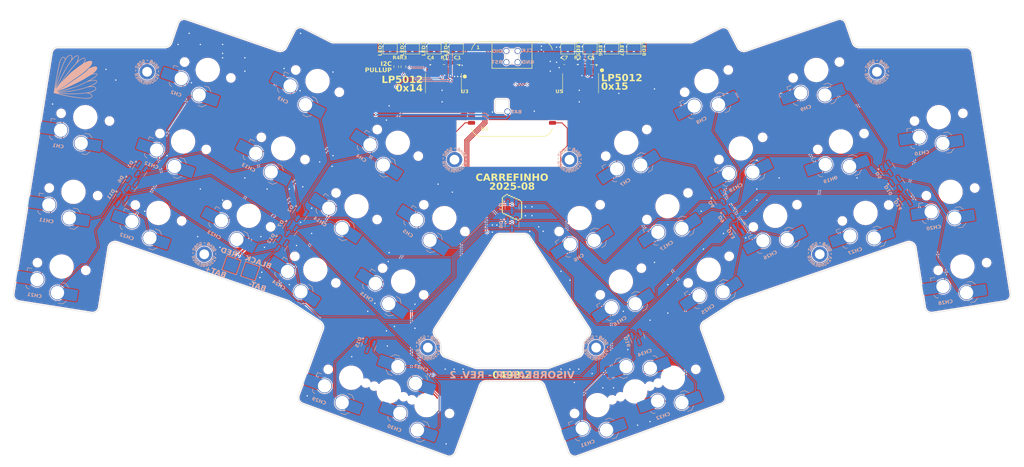
<source format=kicad_pcb>
(kicad_pcb (version 20241229) (generator "pcbnew") (generator_version "9.0")
  (layers (0 "F.Cu" signal) (2 "B.Cu" signal) (13 "F.Paste" user) (15 "B.Paste" user) (5 "F.SilkS" user "F.Silkscreen") (7 "B.SilkS" user "B.Silkscreen") (1 "F.Mask" user) (3 "B.Mask" user) (25 "Edge.Cuts" user))
  (net 0 "")
  (net 8 "+3V3")
  (net 9 "/LPB_EN")
  (net 10 "/SCL")
  (net 11 "GND")
  (net 12 "/SDA")
  (net 13 "Net-(U3-IREF)")
  (net 14 "Net-(U3-VCAP)")
  (net 15 "/COL0")
  (net 16 "Net-(CH1-Pad2)")
  (net 17 "/COL1")
  (net 18 "Net-(CH2-Pad2)")
  (net 19 "Net-(CH3-Pad2)")
  (net 20 "/COL2")
  (net 21 "/COL3")
  (net 22 "Net-(CH4-Pad2)")
  (net 23 "/COL4")
  (net 24 "Net-(CH5-Pad2)")
  (net 25 "Net-(CH6-Pad2)")
  (net 26 "Net-(CH7-Pad2)")
  (net 27 "Net-(CH8-Pad2)")
  (net 28 "Net-(CH9-Pad2)")
  (net 29 "Net-(CH10-Pad2)")
  (net 30 "Net-(CH11-Pad2)")
  (net 31 "Net-(CH12-Pad2)")
  (net 32 "Net-(CH13-Pad2)")
  (net 33 "/COL5")
  (net 34 "Net-(CH14-Pad2)")
  (net 35 "Net-(CH15-Pad2)")
  (net 36 "Net-(CH16-Pad2)")
  (net 37 "/COL6")
  (net 38 "Net-(CH17-Pad2)")
  (net 39 "Net-(CH18-Pad2)")
  (net 40 "Net-(CH19-Pad2)")
  (net 41 "/COL7")
  (net 42 "Net-(CH20-Pad2)")
  (net 43 "Net-(CH21-Pad2)")
  (net 44 "Net-(CH22-Pad2)")
  (net 45 "/COL8")
  (net 46 "Net-(CH23-Pad2)")
  (net 47 "Net-(CH24-Pad2)")
  (net 48 "Net-(CH25-Pad2)")
  (net 49 "/COL9")
  (net 50 "Net-(CH26-Pad2)")
  (net 51 "Net-(CH27-Pad2)")
  (net 52 "Net-(CH28-Pad2)")
  (net 53 "Net-(CH29-Pad2)")
  (net 54 "Net-(CH30-Pad2)")
  (net 55 "Net-(CH31-Pad2)")
  (net 56 "Net-(CH32-Pad2)")
  (net 57 "/ROW0")
  (net 58 "/ROW1")
  (net 59 "/ROW2")
  (net 60 "/ROW3")
  (net 61 "/LPA_EN")
  (net 62 "Net-(U5-VCAP)")
  (net 63 "Net-(LED1-RK)")
  (net 64 "Net-(LED1-GK)")
  (net 65 "Net-(LED1-BK)")
  (net 66 "Net-(LED2-GK)")
  (net 67 "Net-(LED2-BK)")
  (net 68 "Net-(LED2-RK)")
  (net 69 "Net-(LED3-BK)")
  (net 70 "Net-(LED3-RK)")
  (net 71 "Net-(LED3-GK)")
  (net 72 "Net-(LED4-GK)")
  (net 73 "Net-(LED4-BK)")
  (net 74 "Net-(LED4-RK)")
  (net 75 "Net-(LED5-BK)")
  (net 76 "Net-(LED5-RK)")
  (net 77 "Net-(LED5-GK)")
  (net 78 "Net-(LED6-GK)")
  (net 79 "Net-(LED6-BK)")
  (net 80 "Net-(LED6-RK)")
  (net 81 "Net-(LED7-BK)")
  (net 82 "Net-(LED7-RK)")
  (net 83 "Net-(LED7-GK)")
  (net 84 "Net-(LED8-BK)")
  (net 85 "Net-(LED8-GK)")
  (net 86 "Net-(LED8-RK)")
  (net 87 "Net-(U5-IREF)")
  (net 88 "/BAT+")
  (footprint "led:LED_Cree-PLCC4_2x2mm_CW" (layer "F.Cu") (at 12.525 -9)
    (property "Reference" "LED5")
    (property "Value" "LED_ABGR")
  )
  (footprint "visorbearer:MountingHole_2.2mm_M2_ISO7380_Pad_TopBottom_BackSilkRing" (layer "F.Cu") (at -81.962763 -3.859322)
    (property "Reference" "H1" (hide yes))
    (property "Value" "MountingHole")
  )
  (footprint "visorbearer:MountingHole_2.2mm_M2_ISO7380_Pad_TopBottom_BackSilkRing" (layer "F.Cu") (at -69.121606 37.171863)
    (property "Reference" "H5" (hide yes))
    (property "Value" "MountingHole")
  )
  (footprint "led:LED_Cree-PLCC4_2x2mm_CW" (layer "F.Cu") (at -22.3875 -9)
    (property "Reference" "LED2")
    (property "Value" "LED_ABGR")
  )
  (footprint "visorbearer:MountingHole_2.2mm_M2_ISO7380_Pad_TopBottom_BackSilkRing" (layer "F.Cu") (at -12.922644 15.90752)
    (property "Reference" "H2" (hide yes))
    (property "Value" "MountingHole")
  )
  (footprint "Capacitor_SMD:C_0603_1608Metric" (layer "F.Cu") (at 11.75 -6 180)
    (property "Reference" "C7")
    (property "Value" "1u")
  )
  (footprint "Resistor_SMD:R_0603_1608Metric" (layer "F.Cu") (at 14.75 -6)
    (property "Reference" "R2")
    (property "Value" "15k")
  )
  (footprint "led:LED_Cree-PLCC4_2x2mm_CW" (layer "F.Cu") (at 17.5125 -9)
    (property "Reference" "LED6")
    (property "Value" "LED_ABGR")
  )
  (footprint "Package_SO:TSSOP-24_4.4x7.8mm_P0.65mm" (layer "F.Cu") (at -15.4 -1.3 -90)
    (property "Reference" "U3")
    (property "Value" "LP5012")
  )
  (footprint "led:LED_Cree-PLCC4_2x2mm_CW" (layer "F.Cu") (at 27.375 -9)
    (property "Reference" "LED8")
    (property "Value" "LED_ABGR")
  )
  (footprint "PCM_marbastlib-custom:Xiao_nRF52840_Plus" (layer "F.Cu") (at 0 0)
    (property "Reference" "U1")
    (property "Value" "XIAO nRF52840 Plus")
    (fp_line (start -3.81 2.794) (end -3.81 4.826) (stroke (width 0.12)) (layer "Edge.Cuts"))
    (fp_line (start -3.302 2.286) (end -1.27 2.286) (stroke (width 0.12)) (layer "Edge.Cuts"))
    (fp_line (start -1.524 -6.4378) (end -1.524 -8.1142) (stroke (width 0.12)) (layer "Edge.Cuts"))
    (fp_line (start -1.397 5.334) (end -3.302 5.334) (stroke (width 0.12)) (layer "Edge.Cuts"))
    (fp_line (start -0.8382 -8.8) (end 0.8382 -8.8) (stroke (width 0.12)) (layer "Edge.Cuts"))
    (fp_line (start -0.8382 -5.752) (end 0.8382 -5.752) (stroke (width 0.12)) (layer "Edge.Cuts"))
    (fp_line (start -0.762 4.699) (end -0.762 2.794) (stroke (width 0.12)) (layer "Edge.Cuts"))
    (fp_line (start 1.524 -6.4378) (end 1.524 -8.1142) (stroke (width 0.12)) (layer "Edge.Cuts"))
    (fp_arc (start -3.81 2.794) (mid -3.66121 2.43479) (end -3.302 2.286) (stroke (width 0.12)) (layer "Edge.Cuts"))
    (fp_arc (start -3.302 5.334) (mid -3.66121 5.18521) (end -3.81 4.826) (stroke (width 0.12)) (layer "Edge.Cuts"))
    (fp_arc (start -1.524 -6.4378) (mid -0.920391 -6.355609) (end -0.8382 -5.752) (stroke (width 0.12)) (layer "Edge.Cuts"))
    (fp_arc (start -1.397 5.334) (mid -1.339788 4.756212) (end -0.762 4.699) (stroke (width 0.12)) (layer "Edge.Cuts"))
    (fp_arc (start -1.27 2.286) (mid -0.91079 2.43479) (end -0.762 2.794) (stroke (width 0.12)) (layer "Edge.Cuts"))
    (fp_arc (start -0.8382 -8.8) (mid -0.920391 -8.196391) (end -1.524 -8.1142) (stroke (width 0.12)) (layer "Edge.Cuts"))
    (fp_arc (start 0.8382 -5.752) (mid 0.920391 -6.355609) (end 1.524 -6.4378) (stroke (width 0.12)) (layer "Edge.Cuts"))
    (fp_arc (start 1.524 -8.1142) (mid 0.920393 -8.196393) (end 0.8382 -8.8) (stroke (width 0.12)) (layer "Edge.Cuts"))
  )
  (footprint "led:LED_Cree-PLCC4_2x2mm_CW" (layer "F.Cu") (at -27.375 -9)
    (property "Reference" "LED1")
    (property "Value" "LED_ABGR")
  )
  (footprint "Capacitor_SMD:C_0603_1608Metric" (layer "F.Cu") (at -18.275 -6 180)
    (property "Reference" "C4")
    (property "Value" "1u")
  )
  (footprint "visorbearer:MountingHole_2.2mm_M2_ISO7380_Pad_TopBottom_BackSilkRing" (layer "F.Cu") (at -18.901894 58.16417)
    (property "Reference" "H6" (hide yes))
    (property "Value" "MountingHole")
  )
  (footprint "Resistor_SMD:R_0603_1608Metric" (layer "F.Cu") (at -15.25 -6)
    (property "Reference" "R1")
    (property "Value" "15k")
  )
  (footprint "led:LED_Cree-PLCC4_2x2mm_CW" (layer "F.Cu") (at 22.3875 -9)
    (property "Reference" "LED7")
    (property "Value" "LED_ABGR")
  )
  (footprint "visorbearer:MountingHole_2.2mm_M2_ISO7380_Pad_TopBottom_BackSilkRing" (layer "F.Cu") (at 12.922644 15.90752)
    (property "Reference" "H3" (hide yes))
    (property "Value" "MountingHole")
  )
  (footprint "Capacitor_SMD:C_0603_1608Metric" (layer "F.Cu") (at 17.75 -6 180)
    (property "Reference" "C5")
    (property "Value" "1u")
  )
  (footprint "Package_SO:TSSOP-24_4.4x7.8mm_P0.65mm" (layer "F.Cu") (at 15.4 -1.3 -90)
    (property "Reference" "U5")
    (property "Value" "LP5012")
  )
  (footprint "Resistor_SMD:R_0603_1608Metric" (layer "F.Cu") (at -26 -5 -90)
    (property "Reference" "R4")
    (property "Value" "4.7k")
  )
  (footprint "visorbearer:MountingHole_2.2mm_M2_ISO7380_Pad_TopBottom_BackSilkRing" (layer "F.Cu") (at 81.962763 -3.859322)
    (property "Reference" "H4" (hide yes))
    (property "Value" "MountingHole")
  )
  (footprint "visorbearer:MountingHole_2.2mm_M2_ISO7380_Pad_TopBottom_BackSilkRing" (layer "F.Cu") (at 69.121606 37.171863)
    (property "Reference" "H8" (hide yes))
    (property "Value" "MountingHole")
  )
  (footprint "LOGO" (layer "F.Cu") (at 0 26.6)
    (property "Reference" "G***" (hide yes))
    (property "Value" "LOGO" (hide yes))
  )
  (footprint "Resistor_SMD:R_0603_1608Metric" (layer "F.Cu") (at -24.4 -5 -90)
    (property "Reference" "R3")
    (property "Value" "4.7k")
  )
  (footprint "led:LED_Cree-PLCC4_2x2mm_CW" (layer "F.Cu") (at -12.525 -9)
    (property "Reference" "LED4")
    (property "Value" "LED_ABGR")
  )
  (footprint "visorbearer:MountingHole_2.2mm_M2_ISO7380_Pad_TopBottom_BackSilkRing" (layer "F.Cu") (at 18.901894 58.16417)
    (property "Reference" "H7" (hide yes))
    (property "Value" "MountingHole")
  )
  (footprint "Capacitor_SMD:C_0603_1608Metric" (layer "F.Cu") (at -12.25 -6)
    (property "Reference" "C1")
    (property "Value" "1u")
  )
  (footprint "led:LED_Cree-PLCC4_2x2mm_CW" (layer "F.Cu") (at -17.5125 -9)
    (property "Reference" "LED3")
    (property "Value" "LED_ABGR")
  )
  (footprint "Custom:SW_choc_v1v2_noStab_HS_MBK_1u" (layer "B.Cu") (at -19.202163 71.091059 160)
    (property "Reference" "CH30")
    (property "Value" "choc")
  )
  (footprint "Custom:SW_choc_v1v2_noStab_HS_MBK_1u" (layer "B.Cu") (at 44.175817 40.623185 -147)
    (property "Reference" "CH25")
    (property "Value" "choc")
  )
  (footprint "Package_TO_SOT_SMD:SOT-23" (layer "B.Cu") (at -32.2 57.8 -110)
    (property "Reference" "D15")
    (property "Value" "BAV70")
  )
  (footprint "Custom:SW_choc_v1v2_noStab_HS_MBK_1u" (layer "B.Cu") (at 98.5 23.136042 -171)
    (property "Reference" "CH20")
    (property "Value" "choc")
  )
  (footprint "Package_TO_SOT_SMD:SOT-23" (layer "B.Cu") (at -85.823567 21.631235 -123)
    (property "Reference" "D6")
    (property "Value" "BAV70")
  )
  (footprint "Package_TO_SOT_SMD:SOT-23" (layer "B.Cu") (at -49.866938 31.627274 -123)
    (property "Reference" "D7")
    (property "Value" "BAV70")
  )
  (footprint "Custom:SW_choc_v1v2_noStab_HS_MBK_1u" (layer "B.Cu") (at -95.840614 6.34534 171)
    (property "Reference" "CH1")
    (property "Value" "choc")
  )
  (footprint "Package_TO_SOT_SMD:SOT-23" (layer "B.Cu") (at 49.058692 27.914001 -57)
    (property "Reference" "D9")
    (property "Value" "BAV70")
  )
  (footprint "Custom:SW_choc_v1v2_noStab_HS_MBK_1u" (layer "B.Cu") (at 36.11663 64.934695 -160)
    (property "Reference" "CH32")
    (property "Value" "choc")
  )
  (footprint "Custom:SW_choc_v1v2_noStab_HS_MBK_1u" (layer "B.Cu") (at -73.872587 11.807412 161)
    (property "Reference" "CH12")
    (property "Value" "choc")
  )
  (footprint "Package_TO_SOT_SMD:SOT-23" (layer "B.Cu") (at 86.581747 21.431694 -57)
    (property "Reference" "D10")
    (property "Value" "BAV70")
  )
  (footprint "Custom:SW_choc_v1v2_noStab_HS_MBK_1u" (layer "B.Cu") (at -25.658089 12.108386 147)
    (property "Reference" "CH4")
    (property "Value" "choc")
  )
  (footprint "Custom:SW_choc_v1v2_noStab_HS_MBK_1u" (layer "B.Cu") (at -15.191452 29.040589 147)
    (property "Reference" "CH5")
    (property "Value" "choc")
  )
  (footprint "Custom:SW_choc_v1v2_noStab_HS_MBK_1u" (layer "B.Cu") (at 73.872589 11.807411 -161)
    (property "Reference" "CH19")
    (property "Value" "choc")
  )
  (footprint "TestPoint:TestPoint_Pad_3.0x3.0mm" (layer "B.Cu") (at -58.8 41 161)
    (property "Reference" "TP2" (hide yes))
    (property "Value" "TestPoint")
  )
  (footprint "Custom:SW_choc_v1v2_noStab_HS_MBK_1u" (layer "B.Cu") (at -59.110777 28.524138 153)
    (property "Reference" "CH23")
    (property "Value" "choc")
  )
  (footprint "Custom:SW_choc_v1v2_noStab_HS_MBK_1u" (layer "B.Cu") (at 15.191452 29.040589 -147)
    (property "Reference" "CH6")
    (property "Value" "choc")
  )
  (footprint "Custom:SW_choc_v1v2_noStab_HS_MBK_1u" (layer "B.Cu") (at -24.450315 43.297989 147)
    (property "Reference" "CH15")
    (property "Value" "choc")
  )
  (footprint "Package_TO_SOT_SMD:SOT-23" (layer "B.Cu") (at -52.045494 34.981956 -123)
    (property "Reference" "D12")
    (property "Value" "BAV70")
  )
  (footprint "Custom:SW_choc_v1v2_noStab_HS_MBK_1u" (layer "B.Cu") (at -36.11663 64.934696 160)
    (property "Reference" "CH29")
    (property "Value" "choc")
  )
  (footprint "Package_TO_SOT_SMD:SOT-23" (layer "B.Cu") (at 51.237248 31.268684 -57)
    (property "Reference" "D13")
    (property "Value" "BAV70")
  )
  (footprint "Custom:SW_choc_v1v2_noStab_HS_MBK_1u" (layer "B.Cu") (at -51.392939 13.377028 153)
    (property "Reference" "CH13")
    (property "Value" "choc")
  )
  (footprint "Custom:SW_choc_v1v2_noStab_HS_MBK_1u" (layer "B.Cu") (at -68.33793 -4.266403 161)
    (property "Reference" "CH2")
    (property "Value" "choc")
  )
  (footprint "Custom:SW_choc_v1v2_noStab_HS_MBK_1u" (layer "B.Cu") (at -79.407247 27.881229 161)
    (property "Reference" "CH22")
    (property "Value" "choc")
  )
  (footprint "Custom:SW_choc_v1v2_noStab_HS_MBK_1u" (layer "B.Cu") (at -27.659396 68.012877 -20)
    (property "Reference" "CH33")
    (property "Value" "choc")
  )
  (footprint "Custom:SW_choc_v1v2_noStab_HS_MBK_1u" (layer "B.Cu") (at 68.33793 -4.266405 -161)
    (property "Reference" "CH9")
    (property "Value" "choc")
  )
  (footprint "Package_TO_SOT_SMD:SOT-23" (layer "B.Cu") (at -83.645011 18.276553 -123)
    (property "Reference" "D1")
    (property "Value" "BAV70")
  )
  (footprint "Custom:SW_choc_v1v2_noStab_HS_MBK_1u" (layer "B.Cu") (at 27.659397 68.012877 20)
    (property "Reference" "CH34")
    (property "Value" "choc")
  )
  (footprint "Package_TO_SOT_SMD:SOT-23" (layer "B.Cu") (at 0 26.5 -90)
    (property "Reference" "D3")
    (property "Value" "BAV70")
  )
  (footprint "Custom:SW_choc_v1v2_noStab_HS_MBK_1u" (layer "B.Cu") (at -44.175817 40.623187 147)
    (property "Reference" "CH24")
    (property "Value" "choc")
  )
  (footprint "Custom:SW_choc_v1v2_noStab_HS_MBK_1u" (layer "B.Cu") (at 79.407247 27.881227 -161)
    (property "Reference" "CH27")
    (property "Value" "choc")
  )
  (footprint "Custom:SW_choc_v1v2_noStab_HS_MBK_1u" (layer "B.Cu") (at -43.6751 -1.770083 153)
    (property "Reference" "CH3")
    (property "Value" "choc")
  )
  (footprint "Package_TO_SOT_SMD:SOT-23" (layer "B.Cu") (at 46.880136 24.559319 -57)
    (property "Reference" "D4")
    (property "Value" "BAV70")
  )
  (footprint "LOGO" (layer "B.Cu") (at -99.246829 -2.665385 72)
    (property "Reference" "G***" (hide yes))
    (property "Value" "LOGO" (hide yes))
  )
  (footprint "Custom:SW_choc_v1v2_noStab_HS_MBK_1u" (layer "B.Cu") (at 19.202163 71.091057 -160)
    (property "Reference" "CH31")
    (property "Value" "choc")
  )
  (footprint "Custom:SW_choc_v1v2_noStab_HS_MBK_1u" (layer "B.Cu") (at -98.5 23.136042 171)
    (property "Reference" "CH11")
    (property "Value" "choc")
  )
  (footprint "TestPoint:TestPoint_Pad_3.0x3.0mm" (layer "B.Cu") (at -63 39.6 161)
    (property "Reference" "TP1" (hide yes))
    (property "Value" "TestPoint")
  )
  (footprint "Custom:SW_choc_v1v2_noStab_HS_MBK_1u" (layer "B.Cu") (at 101.159386 39.926744 -171)
    (property "Reference" "CH28")
    (property "Value" "choc")
  )
  (footprint "Package_TO_SOT_SMD:SOT-23" (layer "B.Cu") (at 84.403191 18.077011 -57)
    (property "Reference" "D5")
    (property "Value" "BAV70")
  )
  (footprint "Custom:SW_choc_v1v2_noStab_HS_MBK_1u" (layer "B.Cu") (at 95.840614 6.34534 -171)
    (property "Reference" "CH10")
    (property "Value" "choc")
  )
  (footprint "Package_TO_SOT_SMD:SOT-23" (layer "B.Cu") (at 0 30.5 -90)
    (property "Reference" "D8")
    (property "Value" "BAV70")
  )
  (footprint "Custom:SW_choc_v1v2_noStab_HS_MBK_1u" (layer "B.Cu") (at 25.65809 12.108386 -147)
    (property "Reference" "CH7")
    (property "Value" "choc")
  )
  (footprint "Custom:SW_choc_v1v2_noStab_HS_MBK_1u" (layer "B.Cu") (at 24.450315 43.297989 -147)
    (property "Reference" "CH16")
    (property "Value" "choc")
  )
  (footprint "Custom:SW_choc_v1v2_noStab_HS_MBK_1u" (layer "B.Cu") (at -101.159386 39.926744 171)
    (property "Reference" "CH21")
    (property "Value" "choc")
  )
  (footprint "Custom:SW_choc_v1v2_noStab_HS_MBK_1u" (layer "B.Cu") (at 51.392939 13.377027 -153)
    (property "Reference" "CH18")
    (property "Value" "choc")
  )
  (footprint "Custom:SW_choc_v1v2_noStab_HS_MBK_1u" (layer "B.Cu") (at 59.110778 28.524138 -153)
    (property "Reference" "CH26")
    (property "Value" "choc")
  )
  (footprint "Custom:SW_choc_v1v2_noStab_HS_MBK_1u" (layer "B.Cu") (at 34.916953 26.365785 -147)
    (property "Reference" "CH17")
    (property "Value" "choc")
  )
  (footprint "Custom:SW_choc_v1v2_noStab_HS_MBK_1u" (layer "B.Cu") (at 43.675101 -1.770083 -153)
    (property "Reference" "CH8")
    (property "Value" "choc")
  )
  (footprint "Package_TO_SOT_SMD:SOT-23" (layer "B.Cu") (at 28.2 56 -70)
    (property "Reference" "D16")
    (property "Value" "BAV70")
  )
  (footprint "Package_TO_SOT_SMD:SOT-23" (layer "B.Cu") (at -88.002124 24.985917 -123)
    (property "Reference" "D11")
    (property "Value" "BAV70")
  )
  (footprint "Package_TO_SOT_SMD:SOT-23" (layer "B.Cu") (at -47.688382 28.272592 -123)
    (property "Reference" "D2")
    (property "Value" "BAV70")
  )
  (footprint "Custom:SW_choc_v1v2_noStab_HS_MBK_1u" (layer "B.Cu") (at -34.916953 26.365786 147)
    (property "Reference" "CH14")
    (property "Value" "choc")
  )
  (footprint "Package_TO_SOT_SMD:SOT-23" (layer "B.Cu") (at 88.760303 24.786376 -57)
    (property "Reference" "D14")
    (property "Value" "BAV70")
  )
  (gr_circle (center -10.6 -2.8) (end -10.6 -3.2) (stroke (width 0.1)) (fill yes) (layer "F.SilkS"))
  (gr_circle (center 20.2 -4.2) (end 20.2 -4.6) (stroke (width 0.1)) (fill yes) (layer "F.SilkS"))
  (gr_line (start -73.199946 39.801564) (end -50.437457 47.639317) (stroke (width 0.1)) (layer "Edge.Cuts"))
  (gr_line (start -40.75452 -10.663491) (end -46.826493 -13.757315) (stroke (width 0.1)) (layer "Edge.Cuts"))
  (gr_line (start -88.643382 34.483962) (end -73.199946 39.801564) (stroke (width 0.1)) (layer "Edge.Cuts"))
  (gr_arc (start 15.934561 58.605684) (mid 16.102634 57.085215) (end 16.998537 55.845283) (stroke (width 0.1)) (layer "Edge.Cuts"))
  (gr_arc (start -43.140058 52.325176) (mid -42.53452 53.107224) (end -42.547478 54.096212) (stroke (width 0.1)) (layer "Edge.Cuts"))
  (gr_line (start 50.750869 -9.359327) (end 48.843988 -13.101791) (stroke (width 0.1)) (layer "Edge.Cuts"))
  (gr_arc (start -110.754833 47.772276) (mid -111.733697 47.172424) (end -112.001714 46.056092) (stroke (width 0.1)) (layer "Edge.Cuts"))
  (gr_arc (start 94.457976 50.353445) (mid 93.341647 50.085438) (end 92.741792 49.106564) (stroke (width 0.1)) (layer "Edge.Cuts"))
  (gr_line (start -52.575731 -8.622035) (end -56.107618 -9.838161) (stroke (width 0.1)) (layer "Edge.Cuts"))
  (gr_line (start 43.140058 52.325176) (end 50.10885 47.799589) (stroke (width 0.1)) (layer "Edge.Cuts"))
  (gr_arc (start -16.998537 55.845283) (mid -16.102635 57.085215) (end -15.934561 58.605684) (stroke (width 0.1)) (layer "Edge.Cuts"))
  (gr_arc (start 5.826162 65.733598) (mid 6.686527 66.00487) (end 7.235701 66.720568) (stroke (width 0.1)) (layer "Edge.Cuts"))
  (gr_arc (start -103.418744 -8.134652) (mid -102.911387 -9.04062) (end -101.937211 -9.4) (stroke (width 0.1)) (layer "Edge.Cuts"))
  (gr_arc (start 47.929289 68.882617) (mid 47.879212 70.029575) (end 47.032781 70.805186) (stroke (width 0.1)) (layer "Edge.Cuts"))
  (gr_arc (start -40.073534 -10.5) (mid -40.4237 -10.541452) (end -40.75452 -10.663491) (stroke (width 0.1)) (layer "Edge.Cuts"))
  (gr_arc (start 112.001714 46.056092) (mid 111.733707 47.172421) (end 110.754833 47.772276) (stroke (width 0.1)) (layer "Edge.Cuts"))
  (gr_arc (start -3.931794 33.276158) (mid -3.389526 32.774892) (end -2.673788 32.593117) (stroke (width 0.1)) (layer "Edge.Cuts"))
  (gr_line (start 50.437457 47.639317) (end 73.199946 39.801564) (stroke (width 0.1)) (layer "Edge.Cuts"))
  (gr_arc (start -92.741792 49.106564) (mid -93.341653 50.085412) (end -94.457976 50.353445) (stroke (width 0.1)) (layer "Edge.Cuts"))
  (gr_line (start -56.107618 -9.838161) (end -73.126953 -15.698388) (stroke (width 0.1)) (layer "Edge.Cuts"))
  (gr_arc (start 50.10885 47.799589) (mid 50.268252 47.709404) (end 50.437457 47.639317) (stroke (width 0.1)) (layer "Edge.Cuts"))
  (gr_arc (start 40.75452 -10.663491) (mid 40.423702 -10.541446) (end 40.073534 -10.5) (stroke (width 0.1)) (layer "Edge.Cuts"))
  (gr_line (start -3.931794 33.276158) (end -17.304865 53.868882) (stroke (width 0.1)) (layer "Edge.Cuts"))
  (gr_line (start -14.963925 60.23598) (end -8.350315 62.643137) (stroke (width 0.1)) (layer "Edge.Cuts"))
  (gr_arc (start -90.613267 35.667589) (mid -89.904281 34.616504) (end -88.643382 34.483962) (stroke (width 0.1)) (layer "Edge.Cuts"))
  (gr_line (start 8.350315 62.643137) (end 14.963925 60.23598) (stroke (width 0.1)) (layer "Edge.Cuts"))
  (gr_line (start 47.929289 68.882617) (end 42.547478 54.096212) (stroke (width 0.1)) (layer "Edge.Cuts"))
  (gr_arc (start -7.837285 62.733598) (mid -8.097758 62.710812) (end -8.350315 62.643137) (stroke (width 0.1)) (layer "Edge.Cuts"))
  (gr_line (start -92.741792 49.106564) (end -90.613267 35.667589) (stroke (width 0.1)) (layer "Edge.Cuts"))
  (gr_line (start 90.613267 35.667589) (end 92.741792 49.106564) (stroke (width 0.1)) (layer "Edge.Cuts"))
  (gr_line (start -103.418744 -8.134652) (end -104.023557 -4.316013) (stroke (width 0.1)) (layer "Edge.Cuts"))
  (gr_line (start 76.533754 -10.411648) (end 75.033583 -14.768462) (stroke (width 0.1)) (layer "Edge.Cuts"))
  (gr_arc (start 73.126953 -15.698388) (mid 74.272862 -15.628301) (end 75.033583 -14.768462) (stroke (width 0.1)) (layer "Edge.Cuts"))
  (gr_line (start -77.952032 -9.4) (end -101.937211 -9.4) (stroke (width 0.1)) (layer "Edge.Cuts"))
  (gr_arc (start 2.673788 32.593117) (mid 3.389526 32.774891) (end 3.931794 33.276158) (stroke (width 0.1)) (layer "Edge.Cuts"))
  (gr_line (start -12.690816 81.708372) (end -7.235701 66.720568) (stroke (width 0.1)) (layer "Edge.Cuts"))
  (gr_line (start 101.937211 -9.4) (end 77.952032 -9.4) (stroke (width 0.1)) (layer "Edge.Cuts"))
  (gr_arc (start -47.032781 70.805186) (mid -47.879211 70.029574) (end -47.929289 68.882617) (stroke (width 0.1)) (layer "Edge.Cuts"))
  (gr_arc (start 101.937211 -9.4) (mid 102.911383 -9.040609) (end 103.418744 -8.134652) (stroke (width 0.1)) (layer "Edge.Cuts"))
  (gr_arc (start 46.826493 -13.757315) (mid 47.971004 -13.84739) (end 48.843988 -13.101791) (stroke (width 0.1)) (layer "Edge.Cuts"))
  (gr_line (start 46.826493 -13.757315) (end 40.75452 -10.663491) (stroke (width 0.1)) (layer "Edge.Cuts"))
  (gr_line (start -42.547478 54.096212) (end -47.929289 68.882617) (stroke (width 0.1)) (layer "Edge.Cuts"))
  (gr_arc (start -50.750869 -9.359327) (mid -51.525469 -8.649524) (end -52.575731 -8.622035) (stroke (width 0.1)) (layer "Edge.Cuts"))
  (gr_line (start 2.673788 32.593117) (end -2.673788 32.593117) (stroke (width 0.1)) (layer "Edge.Cuts"))
  (gr_arc (start 52.575731 -8.622035) (mid 51.525469 -8.649537) (end 50.750869 -9.359327) (stroke (width 0.1)) (layer "Edge.Cuts"))
  (gr_line (start -110.754833 47.772276) (end -94.457976 50.353445) (stroke (width 0.1)) (layer "Edge.Cuts"))
  (gr_line (start 14.613385 82.604881) (end 47.032781 70.805186) (stroke (width 0.1)) (layer "Edge.Cuts"))
  (gr_arc (start 8.350315 62.643137) (mid 8.097757 62.71081) (end 7.837285 62.733598) (stroke (width 0.1)) (layer "Edge.Cuts"))
  (gr_arc (start -50.437457 47.639317) (mid -50.268252 47.709403) (end -50.10885 47.799589) (stroke (width 0.1)) (layer "Edge.Cuts"))
  (gr_line (start -47.032781 70.805186) (end -14.613385 82.604881) (stroke (width 0.1)) (layer "Edge.Cuts"))
  (gr_line (start 40.073534 -10.5) (end -40.073534 -10.5) (stroke (width 0.1)) (layer "Edge.Cuts"))
  (gr_arc (start 88.643382 34.483962) (mid 89.904292 34.616489) (end 90.613267 35.667589) (stroke (width 0.1)) (layer "Edge.Cuts"))
  (gr_arc (start 42.547478 54.096212) (mid 42.534532 53.107225) (end 43.140058 52.325176) (stroke (width 0.1)) (layer "Edge.Cuts"))
  (gr_line (start -50.10885 47.799589) (end -43.140058 52.325176) (stroke (width 0.1)) (layer "Edge.Cuts"))
  (gr_line (start 56.107618 -9.838161) (end 52.575731 -8.622035) (stroke (width 0.1)) (layer "Edge.Cuts"))
  (gr_line (start 112.001714 46.056092) (end 103.418744 -8.134652) (stroke (width 0.1)) (layer "Edge.Cuts"))
  (gr_line (start -48.843988 -13.101791) (end -50.750869 -9.359327) (stroke (width 0.1)) (layer "Edge.Cuts"))
  (gr_arc (start 15.934561 58.605684) (mid 15.739757 59.593796) (end 14.963925 60.23598) (stroke (width 0.1)) (layer "Edge.Cuts"))
  (gr_arc (start 17.304865 53.868882) (mid 17.52916 54.915586) (end 16.998537 55.845283) (stroke (width 0.1)) (layer "Edge.Cuts"))
  (gr_line (start -104.023557 -4.316013) (end -112.001714 46.056092) (stroke (width 0.1)) (layer "Edge.Cuts"))
  (gr_line (start 73.199946 39.801564) (end 88.643382 34.483962) (stroke (width 0.1)) (layer "Edge.Cuts"))
  (gr_line (start 73.126953 -15.698388) (end 56.107618 -9.838161) (stroke (width 0.1)) (layer "Edge.Cuts"))
  (gr_arc (start -12.690816 81.708372) (mid -13.466428 82.554799) (end -14.613385 82.604881) (stroke (width 0.1)) (layer "Edge.Cuts"))
  (gr_arc (start -76.533754 -10.411648) (mid -77.080982 -9.678844) (end -77.952032 -9.4) (stroke (width 0.1)) (layer "Edge.Cuts"))
  (gr_arc (start -48.843988 -13.101791) (mid -47.971006 -13.847379) (end -46.826493 -13.757315) (stroke (width 0.1)) (layer "Edge.Cuts"))
  (gr_arc (start -14.963925 60.23598) (mid -15.739756 59.593796) (end -15.934561 58.605684) (stroke (width 0.1)) (layer "Edge.Cuts"))
  (gr_arc (start -7.235701 66.720568) (mid -6.686527 66.00487) (end -5.826162 65.733598) (stroke (width 0.1)) (layer "Edge.Cuts"))
  (gr_arc (start 77.952032 -9.4) (mid 77.080978 -9.678827) (end 76.533754 -10.411648) (stroke (width 0.1)) (layer "Edge.Cuts"))
  (gr_line (start -5.826162 65.733598) (end 5.826162 65.733598) (stroke (width 0.1)) (layer "Edge.Cuts"))
  (gr_line (start -7.837285 62.733598) (end 7.837285 62.733598) (stroke (width 0.1)) (layer "Edge.Cuts"))
  (gr_line (start -75.033583 -14.768462) (end -76.533754 -10.411648) (stroke (width 0.1)) (layer "Edge.Cuts"))
  (gr_arc (start 14.613385 82.604881) (mid 13.466427 82.554804) (end 12.690816 81.708372) (stroke (width 0.1)) (layer "Edge.Cuts"))
  (gr_line (start 94.457976 50.353445) (end 110.754833 47.772276) (stroke (width 0.1)) (layer "Edge.Cuts"))
  (gr_line (start 7.235701 66.720568) (end 12.690816 81.708372) (stroke (width 0.1)) (layer "Edge.Cuts"))
  (gr_line (start 17.304865 53.868882) (end 3.931794 33.276158) (stroke (width 0.1)) (layer "Edge.Cuts"))
  (gr_arc (start -75.033583 -14.768462) (mid -74.272862 -15.628304) (end -73.126953 -15.698388) (stroke (width 0.1)) (layer "Edge.Cuts"))
  (gr_arc (start -16.998537 55.845283) (mid -17.529161 54.915586) (end -17.304865 53.868882) (stroke (width 0.1)) (layer "Edge.Cuts"))
  (gr_text "I2C" (at -27 -5.6 0) (layer "F.SilkS") (effects (font (size 1 1) (thickness 0.1)) (justify right)))
  (gr_text "CARREFINHO" (at 0 20 0) (layer "F.SilkS") (effects (font (size 1.6 1.6) (thickness 0.1))))
  (gr_text "0x15" (at 20 -0.5 0) (layer "F.SilkS") (effects (font (size 1.6 1.6) (thickness 0.1)) (justify left)))
  (gr_text "049B.2" (at 0 64.4 0) (layer "F.SilkS") (effects (font (size 1.6 1.6) (thickness 0.1))))
  (gr_text "LP5012" (at -20 -2 0) (layer "F.SilkS") (effects (font (size 1.6 1.6) (thickness 0.1)) (justify right)))
  (gr_text "LP5012" (at 20 -2.4 0) (layer "F.SilkS") (effects (font (size 1.6 1.6) (thickness 0.1)) (justify left)))
  (gr_text "2025-08" (at 0 22 0) (layer "F.SilkS") (effects (font (size 1.6 1.6) (thickness 0.1))))
  (gr_text "PULLUP" (at -27 -4.2 0) (layer "F.SilkS") (effects (font (size 1 1) (thickness 0.1)) (justify right)))
  (gr_text "0x14" (at -20 -0.1 0) (layer "F.SilkS") (effects (font (size 1.6 1.6) (thickness 0.1)) (justify right)))
  (gr_text "BLACK" (at -57 39 341) (layer "B.SilkS") (effects (font (size 1.2 1.2) (thickness 0.1)) (justify mirror)))
  (gr_text "RED" (at -63.6 36.8 341) (layer "B.SilkS") (effects (font (size 1.2 1.2) (thickness 0.1)) (justify mirror)))
  (gr_text "BAT-" (at -57.2 44.4 341) (layer "B.SilkS") (effects (font (size 1.2 1.2) (thickness 0.1)) (justify mirror)))
  (gr_text "VISORBEARER - REV. 2" (at 0 64.4 0) (layer "B.SilkS") (effects (font (size 1.6 1.6) (thickness 0.1)) (justify mirror)))
  (gr_text "BAT+" (at -66.6 41.2 341) (layer "B.SilkS") (effects (font (size 1.2 1.2) (thickness 0.1)) (justify mirror)))
  (segment (start -13.275 -9.55) (end -14.2 -9.55) (width 0.2) (layer "F.Cu") (net 8))
  (segment (start 21.6375 -9.55) (end 20.8 -9.55) (width 0.2) (layer "F.Cu") (net 8))
  (segment (start 17.025 -3.025) (end 17 -3) (width 0.2) (layer "F.Cu") (net 8))
  (segment (start -14.2 -9.55) (end -14.25 -9.5) (width 0.2) (layer "F.Cu") (net 8))
  (segment (start 17.9 -6.7) (end 17.9 -6.625) (width 0.2) (layer "F.Cu") (net 8))
  (segment (start 10.8 -9.55) (end 11.775 -9.55) (width 0.2) (layer "F.Cu") (net 8))
  (segment (start 25.8 -9.55) (end 25.75 -9.5) (width 0.2) (layer "F.Cu") (net 8))
  (segment (start -29 -7.983) (end -29 -9.55) (width 0.2) (layer "F.Cu") (net 8))
  (segment (start 18.525 -6) (end 18.6 -6) (width 0.2) (layer "F.Cu") (net 8))
  (segment (start -29 -9.55) (end -28.125 -9.55) (width 0.2) (layer "F.Cu") (net 8))
  (segment (start -13.775 -5.25) (end -13.025 -6) (width 0.2) (layer "F.Cu") (net 8))
  (segment (start -26 -5.825) (end -26.842 -5.825) (width 0.2) (layer "F.Cu") (net 8))
  (segment (start 17.025 -4.81987) (end 17.025 -4.1625) (width 0.2) (layer "F.Cu") (net 8))
  (segment (start -24 -9.55) (end -23.1375 -9.55) (width 0.2) (layer "F.Cu") (net 8))
  (segment (start 26.625 -9.55) (end 25.8 -9.55) (width 0.2) (layer "F.Cu") (net 8))
  (segment (start 15.8 -9.55) (end 16.7625 -9.55) (width 0.2) (layer "F.Cu") (net 8))
  (segment (start -13.775 -4.1625) (end -13.775 -5.25) (width 0.2) (layer "F.Cu") (net 8))
  (segment (start 18.975 -5.55) (end 18.525 -6) (width 0.2) (layer "F.Cu") (net 8))
  (segment (start -24.4 -5.825) (end -26 -5.825) (width 0.2) (layer "F.Cu") (net 8))
  (segment (start 18.975 -4.1625) (end 18.975 -5.55) (width 0.2) (layer "F.Cu") (net 8))
  (segment (start 20.8 -9.55) (end 20.75 -9.5) (width 0.2) (layer "F.Cu") (net 8))
  (segment (start 8.6 -2.539999) (end 6.739999 -2.539999) (width 0.2) (layer "F.Cu") (net 8))
  (segment (start 10.75 -9.5) (end 10.8 -9.55) (width 0.2) (layer "F.Cu") (net 8))
  (segment (start 15.75 -9.5) (end 15.8 -9.55) (width 0.2) (layer "F.Cu") (net 8))
  (segment (start -13.775 -3.025) (end -13.8 -3) (width 0.2) (layer "F.Cu") (net 8))
  (segment (start -13.775 -4.1625) (end -13.775 -3.025) (width 0.2) (layer "F.Cu") (net 8))
  (segment (start 17.9 -6.625) (end 18.525 -6) (width 0.2) (layer "F.Cu") (net 8))
  (segment (start 17.025 -4.1625) (end 17.025 -3.025) (width 0.2) (layer "F.Cu") (net 8))
  (segment (start 10.75 -9.4) (end 10.75 -9.5) (width 0.2) (layer "F.Cu") (net 8))
  (segment (start 18.20513 -6) (end 17.025 -4.81987) (width 0.2) (layer "F.Cu") (net 8))
  (segment (start -19.2 -9.55) (end -18.2625 -9.55) (width 0.2) (layer "F.Cu") (net 8))
  (segment (start 18.525 -6) (end 18.20513 -6) (width 0.2) (layer "F.Cu") (net 8))
  (segment (start -26.842 -5.825) (end -29 -7.983) (width 0.2) (layer "F.Cu") (net 8))
  (via (at 25.75 -9.5) (size 0.6) (drill 0.3) (layers "F.Cu" "B.Cu") (net 8))
  (via (at 17.9 -6.7) (size 0.6) (drill 0.3) (layers "F.Cu" "B.Cu") (net 8))
  (via (at 15.75 -9.5) (size 0.6) (drill 0.3) (layers "F.Cu" "B.Cu") (net 8))
  (via (at 6.6 -8.8) (size 0.6) (drill 0.3) (layers "F.Cu" "B.Cu") (net 8))
  (via (at 17 -3) (size 0.6) (drill 0.3) (layers "F.Cu" "B.Cu") (net 8))
  (via (at 10 -9.4) (size 0.6) (drill 0.3) (layers "F.Cu" "B.Cu") (net 8))
  (via (at -29 -9.55) (size 0.6) (drill 0.3) (layers "F.Cu" "B.Cu") (net 8))
  (via (at 6.6 -9.6) (size 0.6) (drill 0.3) (layers "F.Cu" "B.Cu") (net 8))
  (via (at -19.2 -9.55) (size 0.6) (drill 0.3) (layers "F.Cu" "B.Cu") (net 8))
  (via (at 10.75 -9.4) (size 0.6) (drill 0.3) (layers "F.Cu" "B.Cu") (net 8))
  (via (at -13.8 -3) (size 0.6) (drill 0.3) (layers "F.Cu" "B.Cu") (net 8))
  (via (at 20.75 -9.5) (size 0.6) (drill 0.3) (layers "F.Cu" "B.Cu") (net 8))
  (via (at -14.25 -9.5) (size 0.6) (drill 0.3) (layers "F.Cu" "B.Cu") (net 8))
  (via (at -24 -9.55) (size 0.6) (drill 0.3) (layers "F.Cu" "B.Cu") (net 8))
  (segment (start 13.6 -3.2) (end 11.4 -1) (width 0.12) (layer "F.Cu") (net 9))
  (segment (start 0.8 -1) (end -3.28 -5.08) (width 0.12) (layer "F.Cu") (net 9))
  (segment (start 14.425 -4.1625) (end 14.425 -3.425001) (width 0.12) (layer "F.Cu") (net 9))
  (segment (start 11.4 -1) (end 3.4 -1) (width 0.12) (layer "F.Cu") (net 9))
  (segment (start -3.28 -5.08) (end -8.6 -5.08) (width 0.12) (layer "F.Cu") (net 9))
  (segment (start 14.425 -3.425001) (end 14.199999 -3.2) (width 0.12) (layer "F.Cu") (net 9))
  (segment (start 14.199999 -3.2) (end 13.6 -3.2) (width 0.12) (layer "F.Cu") (net 9))
  (via (at 0.8 -1) (size 0.5) (drill 0.3) (layers "F.Cu" "B.Cu") (net 9))
  (via (at 3.4 -1) (size 0.5) (drill 0.3) (layers "F.Cu" "B.Cu") (net 9))
  (segment (start 3.4 -1) (end 0.8 -1) (width 0.12) (layer "B.Cu") (net 9))
  (segment (start -15.725 -5.075) (end -15.725 -4.1625) (width 0.2) (layer "F.Cu") (net 10))
  (segment (start -5.877507 -9.2) (end -10 -9.2) (width 0.2) (layer "F.Cu") (net 10))
  (segment (start -10 -9.2) (end -10.733 -8.467) (width 0.2) (layer "F.Cu") (net 10))
  (segment (start 15.075 -3.07907) (end 14.75793 -2.762) (width 0.2) (layer "F.Cu") (net 10))
  (segment (start -24.4 -3.2) (end -24.4 -4.175) (width 0.2) (layer "F.Cu") (net 10))
  (segment (start 3.322493 0) (end -5.877507 -9.2) (width 0.2) (layer "F.Cu") (net 10))
  (segment (start -10.733 -8.467) (end -10.733 -7.719468) (width 0.2) (layer "F.Cu") (net 10))
  (segment (start -15.374 -6.675943) (end -15.374 -5.426) (width 0.2) (layer "F.Cu") (net 10))
  (segment (start -10.733 -7.719468) (end -11.251468 -7.201) (width 0.2) (layer "F.Cu") (net 10))
  (segment (start -14.848943 -7.201) (end -15.374 -6.675943) (width 0.2) (layer "F.Cu") (net 10))
  (segment (start 8.6 0) (end 3.322493 0) (width 0.2) (layer "F.Cu") (net 10))
  (segment (start -15.725 -4.1625) (end -15.725 -2.696881) (width 0.2) (layer "F.Cu") (net 10))
  (segment (start -15.725 -2.696881) (end -15.765642 -2.656239) (width 0.2) (layer "F.Cu") (net 10))
  (segment (start -15.374 -5.426) (end -15.725 -5.075) (width 0.2) (layer "F.Cu") (net 10))
  (segment (start -11.251468 -7.201) (end -14.848943 -7.201) (width 0.2) (layer "F.Cu") (net 10))
  (segment (start 14.75793 -2.762) (end 13.68437 -2.762) (width 0.2) (layer "F.Cu") (net 10))
  (segment (start 13.68437 -2.762) (end 10.922369 0) (width 0.2) (layer "F.Cu") (net 10))
  (segment (start 15.075 -4.1625) (end 15.075 -3.07907) (width 0.2) (layer "F.Cu") (net 10))
  (segment (start 10.922369 0) (end 8.6 0) (width 0.2) (layer "F.Cu") (net 10))
  (via (at -15.765642 -2.656239) (size 0.6) (drill 0.3) (layers "F.Cu" "B.Cu") (net 10))
  (via (at -24.4 -3.2) (size 0.6) (drill 0.3) (layers "F.Cu" "B.Cu") (net 10))
  (segment (start -15.765642 -2.656239) (end -16.126237 -2.295644) (width 0.2) (layer "B.Cu") (net 10))
  (segment (start -16.126237 -2.295644) (end -23.495644 -2.295644) (width 0.2) (layer "B.Cu") (net 10))
  (segment (start -23.495644 -2.295644) (end -24.4 -3.2) (width 0.2) (layer "B.Cu") (net 10))
  (segment (start -14.425 -5.549999) (end -14.425 -6) (width 0.2) (layer "F.Cu") (net 11))
  (segment (start -15.075 -4.1625) (end -15.075 -4.899999) (width 0.2) (layer "F.Cu") (net 11))
  (segment (start -15.075 -4.899999) (end -14.425 -5.549999) (width 0.2) (layer "F.Cu") (net 11))
  (via (at -15.7 2.9) (size 0.6) (drill 0.3) (layers "F.Cu" "B.Cu") (net 11))
  (via (at -40.4 17.4) (size 0.6) (drill 0.3) (layers "F.Cu" "B.Cu") (net 11))
  (via (at -50 44) (size 0.6) (drill 0.3) (layers "F.Cu" "B.Cu") (net 11))
  (via (at 14.8 -6.6) (size 0.6) (drill 0.3) (layers "F.Cu" "B.Cu") (net 11))
  (via (at 11 41) (size 0.6) (drill 0.3) (layers "F.Cu" "B.Cu") (net 11))
  (via (at -28.2 54.4) (size 0.6) (drill 0.3) (layers "F.Cu" "B.Cu") (net 11))
  (via (at -13.4 23.2) (size 0.6) (drill 0.3) (layers "F.Cu" "B.Cu") (net 11))
  (via (at 14.8 -5.5) (size 0.6) (drill 0.3) (layers "F.Cu" "B.Cu") (net 11))
  (via (at -55.6 35.6) (size 0.6) (drill 0.3) (layers "F.Cu" "B.Cu") (net 11))
  (via (at 4 32) (size 0.6) (drill 0.3) (layers "F.Cu" "B.Cu") (net 11))
  (via (at 18 64) (size 0.6) (drill 0.3) (layers "F.Cu" "B.Cu") (net 11))
  (via (at 20.4 67.2) (size 0.6) (drill 0.3) (layers "F.Cu" "B.Cu") (net 11))
  (via (at -12.2 -2.8) (size 0.6) (drill 0.3) (layers "F.Cu" "B.Cu") (net 11))
  (via (at 4.5 26.5) (size 0.6) (drill 0.3) (layers "F.Cu" "B.Cu") (net 11))
  (via (at -11.5 -2.8) (size 0.6) (drill 0.3) (layers "F.Cu" "B.Cu") (net 11))
  (via (at 15.7 -3) (size 0.6) (drill 0.3) (layers "F.Cu" "B.Cu") (net 11))
  (via (at -65 -8) (size 0.6) (drill 0.3) (layers "F.Cu" "B.Cu") (net 11))
  (via (at -40.2 15) (size 0.6) (drill 0.3) (layers "F.Cu" "B.Cu") (net 11))
  (via (at -16.6 21.4) (size 0.6) (drill 0.3) (layers "F.Cu" "B.Cu") (net 11))
  (via (at 77.5 20) (size 0.6) (drill 0.3) (layers "F.Cu" "B.Cu") (net 11))
  (via (at -30.8 48.2) (size 0.6) (drill 0.3) (layers "F.Cu" "B.Cu") (net 11))
  (via (at -70 -10) (size 0.6) (drill 0.3) (layers "F.Cu" "B.Cu") (net 11))
  (via (at -27.6 36.8) (size 0.6) (drill 0.3) (layers "F.Cu" "B.Cu") (net 11))
  (via (at 10.6 -4.8) (size 0.6) (drill 0.3) (layers "F.Cu" "B.Cu") (net 11))
  (via (at 11 63) (size 0.6) (drill 0.3) (layers "F.Cu" "B.Cu") (net 11))
  (via (at -3.4 30.6) (size 0.6) (drill 0.3) (layers "F.Cu" "B.Cu") (net 11))
  (via (at -89 -2) (size 0.6) (drill 0.3) (layers "F.Cu" "B.Cu") (net 11))
  (via (at -46 69) (size 0.6) (drill 0.3) (layers "F.Cu" "B.Cu") (net 11))
  (via (at 55 25) (size 0.6) (drill 0.3) (layers "F.Cu" "B.Cu") (net 11))
  (via (at -11 63) (size 0.6) (drill 0.3) (layers "F.Cu" "B.Cu") (net 11))
  (via (at -55 22.5) (size 0.6) (drill 0.3) (layers "F.Cu" "B.Cu") (net 11))
  (via (at -70 22.5) (size 0.6) (drill 0.3) (layers "F.Cu" "B.Cu") (net 11))
  (via (at -40.2 -3.8) (size 0.6) (drill 0.3) (layers "F.Cu" "B.Cu") (net 11))
  (via (at -27.8 38.8) (size 0.6) (drill 0.3) (layers "F.Cu" "B.Cu") (net 11))
  (via (at 15 63) (size 0.6) (drill 0.3) (layers "F.Cu" "B.Cu") (net 11))
  (via (at 55 22.5) (size 0.6) (drill 0.3) (layers "F.Cu" "B.Cu") (net 11))
  (via (at 3 28.5) (size 0.6) (drill 0.3) (layers "F.Cu" "B.Cu") (net 11))
  (via (at -51.2 -4.6) (size 0.6) (drill 0.3) (layers "F.Cu" "B.Cu") (net 11))
  (via (at -47.5 -12.5) (size 0.6) (drill 0.3) (layers "F.Cu" "B.Cu") (net 11))
  (via (at -26.4 53.4) (size 0.6) (drill 0.3) (layers "F.Cu" "B.Cu") (net 11))
  (via (at -72.5 -12.5) (size 0.6) (drill 0.3) (layers "F.Cu" "B.Cu") (net 11))
  (via (at 10 -6) (size 0.6) (drill 0.3) (layers "F.Cu" "B.Cu") (net 11))
  (via (at -11.2 -5.3) (size 0.6) (drill 0.3) (layers "F.Cu" "B.Cu") (net 11))
  (via (at 22.8 67.2) (size 0.6) (drill 0.3) (layers "F.Cu" "B.Cu") (net 11))
  (via (at -91.2 -4.4) (size 0.6) (drill 0.3) (layers "F.Cu" "B.Cu") (net 11))
  (via (at -21.8 53.8) (size 0.6) (drill 0.3) (layers "F.Cu" "B.Cu") (net 11))
  (via (at 15.1 2.9) (size 0.6) (drill 0.3) (layers "F.Cu" "B.Cu") (net 11))
  (via (at -43.2 16.4) (size 0.6) (drill 0.3) (layers "F.Cu" "B.Cu") (net 11))
  (via (at 3 26.5) (size 0.6) (drill 0.3) (layers "F.Cu" "B.Cu") (net 11))
  (via (at 32 0) (size 0.6) (drill 0.3) (layers "F.Cu" "B.Cu") (net 11))
  (via (at -60 -7) (size 0.6) (drill 0.3) (layers "F.Cu" "B.Cu") (net 11))
  (via (at -72 -1.4) (size 0.6) (drill 0.3) (layers "F.Cu" "B.Cu") (net 11))
  (via (at -36 60.2) (size 0.6) (drill 0.3) (layers "F.Cu" "B.Cu") (net 11))
  (via (at -14.8 79.8) (size 0.6) (drill 0.3) (layers "F.Cu" "B.Cu") (net 11))
  (via (at 47.5 32.5) (size 0.6) (drill 0.3) (layers "F.Cu" "B.Cu") (net 11))
  (via (at 52.5 27.5) (size 0.6) (drill 0.3) (layers "F.Cu" "B.Cu") (net 11))
  (via (at 42.5 27.5) (size 0.6) (drill 0.3) (layers "F.Cu" "B.Cu") (net 11))
  (via (at 15.1 0.3) (size 0.6) (drill 0.3) (layers "F.Cu" "B.Cu") (net 11))
  (via (at -70.6 33.2) (size 0.6) (drill 0.3) (layers "F.Cu" "B.Cu") (net 11))
  (via (at 13 63) (size 0.6) (drill 0.3) (layers "F.Cu" "B.Cu") (net 11))
  (via (at -65 25) (size 0.6) (drill 0.3) (layers "F.Cu" "B.Cu") (net 11))
  (via (at 7 32) (size 0.6) (drill 0.3) (layers "F.Cu" "B.Cu") (net 11))
  (via (at -15.7 0.3) (size 0.6) (drill 0.3) (layers "F.Cu" "B.Cu") (net 11))
  (via (at 72.5 20) (size 0.6) (drill 0.3) (layers "F.Cu" "B.Cu") (net 11))
  (via (at 11 -7) (size 0.6) (drill 0.3) (layers "F.Cu" "B.Cu") (net 11))
  (via (at 25 50) (size 0.6) (drill 0.3) (layers "F.Cu" "B.Cu") (net 11))
  (via (at -47.5 30) (size 0.6) (drill 0.3) (layers "F.Cu" "B.Cu") (net 11))
  (via (at -12.9 -2.8) (size 0.6) (drill 0.3) (layers "F.Cu" "B.Cu") (net 11))
  (via (at 31 74.8) (size 0.6) (drill 0.3) (layers "F.Cu" "B.Cu") (net 11))
  (via (at -18.4 -5.4) (size 0.6) (drill 0.3) (layers "F.Cu" "B.Cu") (net 11))
  (via (at 8.6 -4) (size 0.6) (drill 0.3) (layers "F.Cu" "B.Cu") (net 11))
  (via (at -32.4 50) (size 0.6) (drill 0.3) (layers "F.Cu" "B.Cu") (net 11))
  (via (at -77.5 15) (size 0.6) (drill 0.3) (layers "F.Cu" "B.Cu") (net 11))
  (via (at -56.6 42.4) (size 0.6) (drill 0.3) (layers "F.Cu" "B.Cu") (net 11))
  (via (at -4.4 5.2) (size 0.6) (drill 0.3) (layers "F.Cu" "B.Cu") (net 11))
  (via (at -65 -10) (size 0.6) (drill 0.3) (layers "F.Cu" "B.Cu") (net 11))
  (via (at -4.4 30.6) (size 0.6) (drill 0.3) (layers "F.Cu" "B.Cu") (net 11))
  (via (at -56.2 41.2) (size 0.6) (drill 0.3) (layers "F.Cu" "B.Cu") (net 11))
  (via (at 26 58.6) (size 0.6) (drill 0.3) (layers "F.Cu" "B.Cu") (net 11))
  (via (at -47.6 0.4) (size 0.6) (drill 0.3) (layers "F.Cu" "B.Cu") (net 11))
  (via (at -60 20) (size 0.6) (drill 0.3) (layers "F.Cu" "B.Cu") (net 11))
  (via (at -75 -10) (size 0.6) (drill 0.3) (layers "F.Cu" "B.Cu") (net 11))
  (via (at 5 5) (size 0.6) (drill 0.3) (layers "F.Cu" "B.Cu") (net 11))
  (via (at -65 -7) (size 0.6) (drill 0.3) (layers "F.Cu" "B.Cu") (net 11))
  (via (at 35 44) (size 0.6) (drill 0.3) (layers "F.Cu" "B.Cu") (net 11))
  (via (at -56.4 33.2) (size 0.6) (drill 0.3) (layers "F.Cu" "B.Cu") (net 11))
  (via (at -28.2 7) (size 0.6) (drill 0.3) (layers "F.Cu" "B.Cu") (net 11))
  (via (at -50 22.5) (size 0.6) (drill 0.3) (layers "F.Cu" "B.Cu") (net 11))
  (via (at 6 31) (size 0.6) (drill 0.3) (layers "F.Cu" "B.Cu") (net 11))
  (via (at -21.8 48.4) (size 0.6) (drill 0.3) (layers "F.Cu" "B.Cu") (net 11))
  (via (at -14.6 -6.6) (size 0.6) (drill 0.3) (layers "F.Cu" "B.Cu") (net 11))
  (via (at 43 36) (size 0.6) (drill 0.3) (layers "F.Cu" "B.Cu") (net 11))
  (via (at 14 66) (size 0.6) (drill 0.3) (layers "F.Cu" "B.Cu") (net 11))
  (via (at -15 63) (size 0.6) (drill 0.3) (layers "F.Cu" "B.Cu") (net 11))
  (via (at -103.2 3.4) (size 0.6) (drill 0.3) (layers "F.Cu" "B.Cu") (net 11))
  (via (at 8.6 -6.2) (size 0.6) (drill 0.3) (layers "F.Cu" "B.Cu") (net 11))
  (via (at -15.1 -3.1) (size 0.6) (drill 0.3) (layers "F.Cu" "B.Cu") (net 11))
  (via (at 31 52) (size 0.6) (drill 0.3) (layers "F.Cu" "B.Cu") (net 11))
  (via (at 18 -2.6) (size 0.6) (drill 0.3) (layers "F.Cu" "B.Cu") (net 11))
  (via (at -27.6 3.8) (size 0.6) (drill 0.3) (layers "F.Cu" "B.Cu") (net 11))
  (via (at 13 43) (size 0.6) (drill 0.3) (layers "F.Cu" "B.Cu") (net 11))
  (via (at 16.2 -6.6) (size 0.6) (drill 0.3) (layers "F.Cu" "B.Cu") (net 11))
  (via (at 35 50.4) (size 0.6) (drill 0.3) (layers "F.Cu" "B.Cu") (net 11))
  (via (at -48.4 35.2) (size 0.6) (drill 0.3) (layers "F.Cu" "B.Cu") (net 11))
  (via (at 4.5 28.5) (size 0.6) (drill 0.3) (layers "F.Cu" "B.Cu") (net 11))
  (via (at -13 63) (size 0.6) (drill 0.3) (layers "F.Cu" "B.Cu") (net 11))
  (via (at 32 39) (size 0.6) (drill 0.3) (layers "F.Cu" "B.Cu") (net 11))
  (via (at -47 22) (size 0.6) (drill 0.3) (layers "F.Cu" "B.Cu") (net 11))
  (via (at -82.5 27.5) (size 0.6) (drill 0.3) (layers "F.Cu" "B.Cu") (net 11))
  (via (at 52.5 33.5) (size 0.6) (drill 0.3) (layers "F.Cu" "B.Cu") (net 11))
  (via (at 60 20) (size 0.6) (drill 0.3) (layers "F.Cu" "B.Cu") (net 11))
  (via (at -45 32.5) (size 0.6) (drill 0.3) (layers "F.Cu" "B.Cu") (net 11))
  (via (at -4.4 32.2) (size 0.6) (drill 0.3) (layers "F.Cu" "B.Cu") (net 11))
  (via (at -60 -4) (size 0.6) (drill 0.3) (layers "F.Cu" "B.Cu") (net 11))
  (via (at -65.6 35.6) (size 0.6) (drill 0.3) (layers "F.Cu" "B.Cu") (net 11))
  (via (at 24 1) (size 0.6) (drill 0.3) (layers "F.Cu" "B.Cu") (net 11))
  (via (at 28.2 75.6) (size 0.6) (drill 0.3) (layers "F.Cu" "B.Cu") (net 11))
  (via (at -45 26.8) (size 0.6) (drill 0.3) (layers "F.Cu" "B.Cu") (net 11))
  (via (at 55 16) (size 0.6) (drill 0.3) (layers "F.Cu" "B.Cu") (net 11))
  (via (at -28 57.8) (size 0.6) (drill 0.3) (layers "F.Cu" "B.Cu") (net 11))
  (segment (start 13.85047 -2.361) (end 10.219469 1.27) (width 0.2) (layer "F.Cu") (net 12))
  (segment (start 4.025393 1.27) (end -6.043607 -8.799) (width 0.2) (layer "F.Cu") (net 12))
  (segment (start 15.961 -2.361) (end 13.85047 -2.361) (width 0.2) (layer "F.Cu") (net 12))
  (segment (start 16.375 -4.1625) (end 16.375 -2.775) (width 0.2) (layer "F.Cu") (net 12))
  (segment (start -6.043607 -8.799) (end -9.8339 -8.799) (width 0.2) (layer "F.Cu") (net 12))
  (segment (start -11.650057 -1.8) (end -13.710711 -1.8) (width 0.2) (layer "F.Cu") (net 12))
  (segment (start -26 -0.5) (end -26 -4.175) (width 0.2) (layer "F.Cu") (net 12))
  (segment (start -14.425 -2.514289) (end -14.425 -4.1625) (width 0.2) (layer "F.Cu") (net 12))
  (segment (start -10.6 -7.285368) (end -10.6 -2.850057) (width 0.2) (layer "F.Cu") (net 12))
  (segment (start -10.6 -2.850057) (end -11.650057 -1.8) (width 0.2) (layer "F.Cu") (net 12))
  (segment (start -9.8339 -8.799) (end -10.332 -8.3009) (width 0.2) (layer "F.Cu") (net 12))
  (segment (start -10.332 -7.553368) (end -10.6 -7.285368) (width 0.2) (layer "F.Cu") (net 12))
  (segment (start -13.710711 -1.8) (end -13.805356 -1.894644) (width 0.2) (layer "F.Cu") (net 12))
  (segment (start -13.805356 -1.894644) (end -14.425 -2.514289) (width 0.2) (layer "F.Cu") (net 12))
  (segment (start -10.332 -8.3009) (end -10.332 -7.553368) (width 0.2) (layer "F.Cu") (net 12))
  (segment (start 10.219469 1.27) (end 8.6 1.27) (width 0.2) (layer "F.Cu") (net 12))
  (segment (start 8.6 1.27) (end 4.025393 1.27) (width 0.2) (layer "F.Cu") (net 12))
  (segment (start 16.375 -2.775) (end 15.961 -2.361) (width 0.2) (layer "F.Cu") (net 12))
  (via (at -13.805356 -1.894644) (size 0.6) (drill 0.3) (layers "F.Cu" "B.Cu") (net 12))
  (via (at -26 -0.5) (size 0.6) (drill 0.3) (layers "F.Cu" "B.Cu") (net 12))
  (segment (start -24.605356 -1.894644) (end -26 -0.5) (width 0.2) (layer "B.Cu") (net 12))
  (segment (start -13.805356 -1.894644) (end -24.605356 -1.894644) (width 0.2) (layer "B.Cu") (net 12))
  (segment (start -17.025 -5.05) (end -16.075 -6) (width 0.2) (layer "F.Cu") (net 13))
  (segment (start -17.025 -4.1625) (end -17.025 -5.05) (width 0.2) (layer "F.Cu") (net 13))
  (segment (start -17.675 -4.1625) (end -17.675 -5.825) (width 0.2) (layer "F.Cu") (net 14))
  (segment (start -17.675 -5.825) (end -17.5 -6) (width 0.2) (layer "F.Cu") (net 14))
  (segment (start -101.365685 9.266999) (end -99.332597 18.831925) (width 0.2) (layer "F.Cu") (net 15))
  (segment (start -101.365685 7.838488) (end -101.365685 9.266999) (width 0.2) (layer "F.Cu") (net 15))
  (segment (start -24.839166 4.099) (end -34.92898 -5.990814) (width 0.2) (layer "F.Cu") (net 15))
  (segment (start -104.025071 26.057701) (end -101.991983 35.622627) (width 0.2) (layer "F.Cu") (net 15))
  (segment (start -65.896424 -1.415403) (end -69.518853 -1.415403) (width 0.2) (layer "F.Cu") (net 15))
  (segment (start -12.2332 4.099) (end -24.839166 4.099) (width 0.2) (layer "F.Cu") (net 15))
  (segment (start -9.4042 1.27) (end -12.2332 4.099) (width 0.2) (layer "F.Cu") (net 15))
  (segment (start -8.6 1.27) (end -9.4042 1.27) (width 0.2) (layer "F.Cu") (net 15))
  (segment (start -82.779178 -5.830322) (end -75.010046 -5.830322) (width 0.2) (layer "F.Cu") (net 15))
  (segment (start -84.0095 -4.6) (end -82.779178 -5.830322) (width 0.2) (layer "F.Cu") (net 15))
  (segment (start -101.991983 35.622627) (end -106.684457 42.848403) (width 0.2) (layer "F.Cu") (net 15))
  (segment (start -34.92898 -5.990814) (end -61.321013 -5.990814) (width 0.2) (layer "F.Cu") (net 15))
  (segment (start -99.332597 18.831925) (end -104.025071 26.057701) (width 0.2) (layer "F.Cu") (net 15))
  (segment (start -73.779724 -4.6) (end -72.70345 -4.6) (width 0.2) (layer "F.Cu") (net 15))
  (segment (start -61.321013 -5.990814) (end -65.896424 -1.415403) (width 0.2) (layer "F.Cu") (net 15))
  (segment (start -88.927197 -4.6) (end -101.365685 7.838488) (width 0.2) (layer "F.Cu") (net 15))
  (segment (start -88.927197 -4.6) (end -84.0095 -4.6) (width 0.2) (layer "F.Cu") (net 15))
  (segment (start -69.518853 -1.415403) (end -72.70345 -4.6) (width 0.2) (layer "F.Cu") (net 15))
  (segment (start -75.010046 -5.830322) (end -73.779724 -4.6) (width 0.2) (layer "F.Cu") (net 15))
  (segment (start -86.267666 17.469534) (end -93.56635 12.729713) (width 0.2) (layer "B.Cu") (net 16))
  (segment (start -83.931149 16.972892) (end -86.267666 17.469534) (width 0.2) (layer "B.Cu") (net 16))
  (segment (start -74.286403 -2.348549) (end -72.636403 -0.698549) (width 0.2) (layer "F.Cu") (net 17))
  (segment (start -43.887292 -5.589814) (end -35.09508 -5.589814) (width 0.2) (layer "F.Cu") (net 17))
  (segment (start -82.341858 25.158142) (end -85.355719 29.799082) (width 0.2) (layer "F.Cu") (net 17))
  (segment (start -12.0671 4.5) (end -10.1071 2.54) (width 0.2) (layer "F.Cu") (net 17))
  (segment (start -53.301451 -0.698549) (end -51.2 -2.8) (width 0.2) (layer "F.Cu") (net 17))
  (segment (start -79.82106 13.725266) (end -73.077147 3.34055) (width 0.2) (layer "F.Cu") (net 17))
  (segment (start -78.611805 19.414365) (end -82.341858 25.158142) (width 0.2) (layer "F.Cu") (net 17))
  (segment (start -25.005266 4.5) (end -12.0671 4.5) (width 0.2) (layer "F.Cu") (net 17))
  (segment (start -51.2 -2.8) (end -46.677106 -2.8) (width 0.2) (layer "F.Cu") (net 17))
  (segment (start -72.636403 -0.698549) (end -53.301451 -0.698549) (width 0.2) (layer "F.Cu") (net 17))
  (segment (start -79.82106 13.725266) (end -78.611805 19.414365) (width 0.2) (layer "F.Cu") (net 17))
  (segment (start -10.1071 2.54) (end -8.6 2.54) (width 0.2) (layer "F.Cu") (net 17))
  (segment (start -35.09508 -5.589814) (end -25.005266 4.5) (width 0.2) (layer "F.Cu") (net 17))
  (segment (start -46.677106 -2.8) (end -43.887292 -5.589814) (width 0.2) (layer "F.Cu") (net 17))
  (segment (start -73.077147 3.34055) (end -74.286402 -2.34855) (width 0.2) (layer "F.Cu") (net 17))
  (segment (start -72.557521 1.844584) (end -70.275061 1.359432) (width 0.2) (layer "B.Cu") (net 18))
  (segment (start -77.308889 14.008889) (end -77.308889 9.161048) (width 0.2) (layer "B.Cu") (net 18))
  (segment (start -81.307706 18.007706) (end -77.308889 14.008889) (width 0.2) (layer "B.Cu") (net 18))
  (segment (start -82.337675 18.007706) (end -81.307706 18.007706) (width 0.2) (layer "B.Cu") (net 18))
  (segment (start -77.308889 9.161048) (end -72.557521 1.844584) (width 0.2) (layer "B.Cu") (net 18))
  (segment (start -47.97452 26.968931) (end -41.074726 16.34418) (width 0.2) (layer "B.Cu") (net 19))
  (segment (start -41.074726 16.34418) (end -43.485027 5.004605) (width 0.2) (layer "B.Cu") (net 19))
  (segment (start -40.118983 1.080917) (end -36.2989 4.901) (width 0.2) (layer "F.Cu") (net 20))
  (segment (start -56.50762 19.354411) (end -57.550436 14.448349) (width 0.2) (layer "F.Cu") (net 20))
  (segment (start -55.267975 13.963197) (end -48.824956 4.041817) (width 0.2) (layer "F.Cu") (net 20))
  (segment (start -65.268274 29.59546) (end -62.9 28.9) (width 0.2) (layer "F.Cu") (net 20))
  (segment (start -57.550436 14.448349) (end -55.267975 13.963197) (width 0.2) (layer "F.Cu") (net 20))
  (segment (start -48.824956 4.041817) (end -49.832597 -0.698761) (width 0.2) (layer "F.Cu") (net 20))
  (segment (start -36.2989 4.901) (end -11.901 4.901) (width 0.2) (layer "F.Cu") (net 20))
  (segment (start -10.81 3.81) (end -8.6 3.81) (width 0.2) (layer "F.Cu") (net 20))
  (segment (start -11.901 4.901) (end -10.81 3.81) (width 0.2) (layer "F.Cu") (net 20))
  (segment (start -62.9 28.9) (end -56.50762 19.354411) (width 0.2) (layer "F.Cu") (net 20))
  (segment (start -48.052918 1.080917) (end -40.118983 1.080917) (width 0.2) (layer "F.Cu") (net 20))
  (segment (start -49.832597 -0.698762) (end -48.052918 1.080917) (width 0.2) (layer "F.Cu") (net 20))
  (segment (start -40.879987 28.070623) (end -49.128547 40.772291) (width 0.2) (layer "F.Cu") (net 21))
  (segment (start -42 60.8) (end -43.747669 62.547669) (width 0.2) (layer "F.Cu") (net 21))
  (segment (start -8.6 5.08) (end -11.5129 5.08) (width 0.2) (layer "F.Cu") (net 21))
  (segment (start -46.311032 48.488968) (end -42 52.8) (width 0.2) (layer "F.Cu") (net 21))
  (segment (start -31.893838 12.530205) (end -31.408686 14.812666) (width 0.2) (layer "F.Cu") (net 21))
  (segment (start -31.408686 14.812666) (end -38.87024 26.302453) (width 0.2) (layer "F.Cu") (net 21))
  (segment (start -24.665633 5.302) (end -31.893838 12.530205) (width 0.2) (layer "F.Cu") (net 21))
  (segment (start -50.411566 41.045006) (end -52.061566 42.695006) (width 0.2) (layer "F.Cu") (net 21))
  (segment (start -11.5129 5.08) (end -11.7349 5.302) (width 0.2) (layer "F.Cu") (net 21))
  (segment (start -52.061566 42.695006) (end -52.061566 44.738434) (width 0.2) (layer "F.Cu") (net 21))
  (segment (start -11.7349 5.302) (end -24.665633 5.302) (width 0.2) (layer "F.Cu") (net 21))
  (segment (start -43.747669 62.547669) (end -43.747669 65.098443) (width 0.2) (layer "F.Cu") (net 21))
  (segment (start -48.311032 48.488968) (end -46.311032 48.488968) (width 0.2) (layer "F.Cu") (net 21))
  (segment (start -43.747669 65.098443) (end -42.097669 66.748443) (width 0.2) (layer "F.Cu") (net 21))
  (segment (start -49.128547 40.772291) (end -50.411565 41.045005) (width 0.2) (layer "F.Cu") (net 21))
  (segment (start -38.87024 26.302453) (end -41.152701 26.787605) (width 0.2) (layer "F.Cu") (net 21))
  (segment (start -41.152701 26.787605) (end -40.879987 28.070623) (width 0.2) (layer "F.Cu") (net 21))
  (segment (start -42 52.8) (end -42 60.8) (width 0.2) (layer "F.Cu") (net 21))
  (segment (start -52.061566 44.738434) (end -48.311032 48.488968) (width 0.2) (layer "F.Cu") (net 21))
  (segment (start -46.845322 25.8195) (end -40.824609 16.548416) (width 0.2) (layer "B.Cu") (net 22))
  (segment (start -40.824609 16.548416) (end -32.477718 14.774229) (width 0.2) (layer "B.Cu") (net 22))
  (segment (start -32.477718 14.774229) (end -28.898691 17.098476) (width 0.2) (layer "B.Cu") (net 22))
  (segment (start -46.381046 28.003745) (end -46.845322 25.8195) (width 0.2) (layer "B.Cu") (net 22))
  (segment (start -19.344905 66.199131) (end -21.678357 66.199131) (width 0.2) (layer "F.Cu") (net 23))
  (segment (start -10.547201 7.62) (end -21.427201 18.5) (width 0.2) (layer "F.Cu") (net 23))
  (segment (start -30.686063 43.719808) (end -24.293299 47.871318) (width 0.2) (layer "F.Cu") (net 23))
  (segment (start -20.942049 31.744869) (end -28.403602 43.234656) (width 0.2) (layer "F.Cu") (net 23))
  (segment (start -21.427201 29.462408) (end -20.942049 31.744869) (width 0.2) (layer "F.Cu") (net 23))
  (segment (start -25.183202 72.904806) (end -24.145949 73.942059) (width 0.2) (layer "F.Cu") (net 23))
  (segment (start -8.6 7.62) (end -10.547201 7.62) (width 0.2) (layer "F.Cu") (net 23))
  (segment (start -28.403602 43.234656) (end -30.686063 43.719808) (width 0.2) (layer "F.Cu") (net 23))
  (segment (start -18.02124 73.942059) (end -16.351163 72.271982) (width 0.2) (layer "F.Cu") (net 23))
  (segment (start -22.6 65.277488) (end -21.678357 66.199131) (width 0.2) (layer "F.Cu") (net 23))
  (segment (start -21.427201 29.462408) (end -21.427201 18.5) (width 0.2) (layer "F.Cu") (net 23))
  (segment (start -24.293299 47.871318) (end -22.6 49.564617) (width 0.2) (layer "F.Cu") (net 23))
  (segment (start -22.6 49.564617) (end -22.6 65.277488) (width 0.2) (layer "F.Cu") (net 23))
  (segment (start -16.351163 72.271982) (end -16.351163 69.192873) (width 0.2) (layer "F.Cu") (net 23))
  (segment (start -24.145949 73.942059) (end -18.02124 73.942059) (width 0.2) (layer "F.Cu") (net 23))
  (segment (start -16.351163 69.192873) (end -19.344905 66.199131) (width 0.2) (layer "F.Cu") (net 23))
  (segment (start -1.9625 25.5625) (end -0.95 25.5625) (width 0.2) (layer "B.Cu") (net 24))
  (segment (start -12.198033 35.798033) (end -1.9625 25.5625) (width 0.2) (layer "B.Cu") (net 24))
  (segment (start -15.710568 35.798033) (end -12.198033 35.798033) (width 0.2) (layer "B.Cu") (net 24))
  (segment (start 7.5625 25.5625) (end 0.95 25.5625) (width 0.2) (layer "B.Cu") (net 25))
  (segment (start 18.432054 34.030679) (end 16.030679 34.030679) (width 0.2) (layer "B.Cu") (net 25))
  (segment (start 16.030679 34.030679) (end 7.5625 25.5625) (width 0.2) (layer "B.Cu") (net 25))
  (segment (start 31.620178 15.331122) (end 41.057173 17.337017) (width 0.2) (layer "B.Cu") (net 26))
  (segment (start 41.057173 17.337017) (end 45.5728 24.290473) (width 0.2) (layer "B.Cu") (net 26))
  (segment (start 45.1 9.4) (end 46.376344 3.531406) (width 0.2) (layer "B.Cu") (net 27))
  (segment (start 47.166274 23.255658) (end 50.090671 21.356533) (width 0.2) (layer "B.Cu") (net 27))
  (segment (start 50.090671 21.356533) (end 50.863128 17.9) (width 0.2) (layer "B.Cu") (net 27))
  (segment (start 50.863128 17.9) (end 45.1 9.4) (width 0.2) (layer "B.Cu") (net 27))
  (segment (start 84.004806 13.531886) (end 75.745427 0.813557) (width 0.2) (layer "B.Cu") (net 28))
  (segment (start 83.095855 17.808165) (end 84.004806 13.531886) (width 0.2) (layer "B.Cu") (net 28))
  (segment (start 75.745427 0.813557) (end 73.343268 0.302962) (width 0.2) (layer "B.Cu") (net 28))
  (segment (start 84.689329 16.773351) (end 88.511905 17.585864) (width 0.2) (layer "B.Cu") (net 29))
  (segment (start 88.511905 17.585864) (end 96.771399 12.222086) (width 0.2) (layer "B.Cu") (net 29))
  (segment (start -86.109705 20.327574) (end -86.885742 20.492526) (width 0.2) (layer "B.Cu") (net 30))
  (segment (start -92.191677 28.662949) (end -96.225736 29.520415) (width 0.2) (layer "B.Cu") (net 30))
  (segment (start -86.885742 20.492526) (end -92.191677 28.662949) (width 0.2) (layer "B.Cu") (net 30))
  (segment (start -75.809718 17.433248) (end -76.170666 17.989059) (width 0.2) (layer "B.Cu") (net 31))
  (segment (start -76.170666 17.989059) (end -83.311217 19.50683) (width 0.2) (layer "B.Cu") (net 31))
  (segment (start -83.311217 19.50683) (end -84.516231 21.362388) (width 0.2) (layer "B.Cu") (net 31))
  (segment (start -50.153076 30.323613) (end -49.315054 29.033173) (width 0.2) (layer "B.Cu") (net 32))
  (segment (start -49.315054 29.033173) (end -51.202866 20.151715) (width 0.2) (layer "B.Cu") (net 32))
  (segment (start 19.561877 65.161877) (end 19.535581 65.135581) (width 0.2) (layer "F.Cu") (net 33))
  (segment (start 12.457443 37.651845) (end 19.556313 48.583146) (width 0.2) (layer "F.Cu") (net 33))
  (segment (start 19.556313 48.583146) (end 22.299359 49.166199) (width 0.2) (layer "F.Cu") (net 33))
  (segment (start 19.535581 65.135581) (end 22.299359 62.371804) (width 0.2) (layer "F.Cu") (net 33))
  (segment (start 10.951644 17.888319) (end 10.951644 14.248356) (width 0.2) (layer "F.Cu") (net 33))
  (segment (start 22.299359 62.371804) (end 22.299359 49.166199) (width 0.2) (layer "F.Cu") (net 33))
  (segment (start 15.4 75.93873) (end 15.4 69.271163) (width 0.2) (layer "F.Cu") (net 33))
  (segment (start 11.22 7.62) (end 8.6 7.62) (width 0.2) (layer "F.Cu") (net 33))
  (segment (start 13.040496 34.908799) (end 12.340452 34.208755) (width 0.2) (layer "F.Cu") (net 33))
  (segment (start 12.340452 34.208755) (end 12.340452 19.277127) (width 0.2) (layer "F.Cu") (net 33))
  (segment (start 12.340452 19.277127) (end 10.951644 17.888319) (width 0.2) (layer "F.Cu") (net 33))
  (segment (start 15.786275 76.325005) (end 15.4 75.93873) (width 0.2) (layer "F.Cu") (net 33))
  (segment (start 10.951644 14.248356) (end 12.4 12.8) (width 0.2) (layer "F.Cu") (net 33))
  (segment (start 31.075285 62.778928) (end 28.692336 65.161877) (width 0.2) (layer "F.Cu") (net 33))
  (segment (start 12.4 8.8) (end 11.22 7.62) (width 0.2) (layer "F.Cu") (net 33))
  (segment (start 13.040495 34.908799) (end 12.457443 37.651845) (width 0.2) (layer "F.Cu") (net 33))
  (segment (start 12.4 12.8) (end 12.4 8.8) (width 0.2) (layer "F.Cu") (net 33))
  (segment (start 28.692336 65.161877) (end 19.561877 65.161877) (width 0.2) (layer "F.Cu") (net 33))
  (segment (start 15.4 69.271163) (end 19.535581 65.135581) (width 0.2) (layer "F.Cu") (net 33))
  (segment (start -48.559602 31.358428) (end -40.719693 29.692004) (width 0.2) (layer "B.Cu") (net 34))
  (segment (start -40.719693 29.692004) (end -36.857615 32.200066) (width 0.2) (layer "B.Cu") (net 34))
  (segment (start -4.908538 29.5625) (end -13.4 38.053962) (width 0.2) (layer "B.Cu") (net 35))
  (segment (start -13.4 38.053962) (end -13.4 41.8) (width 0.2) (layer "B.Cu") (net 35))
  (segment (start -13.4 41.8) (end -21.655433 50.055433) (width 0.2) (layer "B.Cu") (net 35))
  (segment (start -21.655433 50.055433) (end -24.969431 50.055433) (width 0.2) (layer "B.Cu") (net 35))
  (segment (start -0.95 29.5625) (end -4.908538 29.5625) (width 0.2) (layer "B.Cu") (net 35))
  (segment (start 14.911496 33.81942) (end 10.654576 29.5625) (width 0.2) (layer "B.Cu") (net 36))
  (segment (start 27.690917 48.288079) (end 25.357465 48.288079) (width 0.2) (layer "B.Cu") (net 36))
  (segment (start 14.911496 37.84211) (end 14.911496 33.81942) (width 0.2) (layer "B.Cu") (net 36))
  (segment (start 25.357465 48.288079) (end 14.911496 37.84211) (width 0.2) (layer "B.Cu") (net 36))
  (segment (start 10.654576 29.5625) (end 0.95 29.5625) (width 0.2) (layer "B.Cu") (net 36))
  (segment (start 32.182944 34.977042) (end 34.088563 37.911437) (width 0.2) (layer "F.Cu") (net 37))
  (segment (start 23.507134 15.643144) (end 14.21399 6.35) (width 0.2) (layer "F.Cu") (net 37))
  (segment (start 38.96763 49.548626) (end 38.96763 66.115618) (width 0.2) (layer "F.Cu") (net 37))
  (segment (start 14.21399 6.35) (end 8.6 6.35) (width 0.2) (layer "F.Cu") (net 37))
  (segment (start 34.088563 37.911437) (end 39.281814 45.908342) (width 0.2) (layer "F.Cu") (net 37))
  (segment (start 23.507133 17.976596) (end 22.924081 20.719642) (width 0.2) (layer "F.Cu") (net 37))
  (segment (start 42.024861 46.491395) (end 38.96763 49.548626) (width 0.2) (layer "F.Cu") (net 37))
  (segment (start 30.022951 31.650943) (end 32.765997 32.233995) (width 0.2) (layer "F.Cu") (net 37))
  (segment (start 39.281814 45.908342) (end 42.02486 46.491395) (width 0.2) (layer "F.Cu") (net 37))
  (segment (start 38.96763 66.115618) (end 34.914605 70.168643) (width 0.2) (layer "F.Cu") (net 37))
  (segment (start 22.924081 20.719642) (end 30.022951 31.650943) (width 0.2) (layer "F.Cu") (net 37))
  (segment (start 34.914605 70.168643) (end 32.700742 70.168643) (width 0.2) (layer "F.Cu") (net 37))
  (segment (start 32.765997 32.233995) (end 32.182944 34.977042) (width 0.2) (layer "F.Cu") (net 37))
  (segment (start 23.507134 17.976596) (end 23.507134 15.643144) (width 0.2) (layer "F.Cu") (net 37))
  (segment (start 44.828304 27.023841) (end 40.879042 29.588522) (width 0.2) (layer "B.Cu") (net 38))
  (segment (start 47.751356 27.645155) (end 44.828304 27.023841) (width 0.2) (layer "B.Cu") (net 38))
  (segment (start 51.011688 25.527871) (end 52.207075 19.904017) (width 0.2) (layer "B.Cu") (net 39))
  (segment (start 52.207075 19.904017) (end 54.094181 18.678516) (width 0.2) (layer "B.Cu") (net 39))
  (segment (start 49.34483 26.610341) (end 51.011688 25.527871) (width 0.2) (layer "B.Cu") (net 39))
  (segment (start 85.274411 21.162847) (end 84.625908 20.16424) (width 0.2) (layer "B.Cu") (net 40))
  (segment (start 80.810929 19.353341) (end 78.877927 16.376778) (width 0.2) (layer "B.Cu") (net 40))
  (segment (start 84.625908 20.16424) (end 80.810929 19.353341) (width 0.2) (layer "B.Cu") (net 40))
  (segment (start 22.72 5.08) (end 8.6 5.08) (width 0.2) (layer "F.Cu") (net 41))
  (segment (start 47.63273 23.728832) (end 48.640371 18.988254) (width 0.2) (layer "F.Cu") (net 41))
  (segment (start 48.640371 18.988254) (end 46.35791 18.503102) (width 0.2) (layer "F.Cu") (net 41))
  (segment (start 54.075749 33.650213) (end 47.63273 23.728832) (width 0.2) (layer "F.Cu") (net 41))
  (segment (start 56.35821 34.135365) (end 54.075749 33.650213) (width 0.2) (layer "F.Cu") (net 41))
  (segment (start 40.922533 3.841144) (end 40.646426 3.565037) (width 0.2) (layer "F.Cu") (net 41))
  (segment (start 24.234963 3.565037) (end 22.72 5.08) (width 0.2) (layer "F.Cu") (net 41))
  (segment (start 40.646426 3.565037) (end 24.234963 3.565037) (width 0.2) (layer "F.Cu") (net 41))
  (segment (start 46.35791 18.503102) (end 39.914892 8.581724) (width 0.2) (layer "F.Cu") (net 41))
  (segment (start 39.914892 8.581724) (end 40.922533 3.841144) (width 0.2) (layer "F.Cu") (net 41))
  (segment (start 98.535576 28.822505) (end 99.430785 29.012788) (width 0.2) (layer "B.Cu") (net 42))
  (segment (start 93.853599 21.612892) (end 98.535576 28.822505) (width 0.2) (layer "B.Cu") (net 42))
  (segment (start 86.867885 20.128033) (end 93.853599 21.612892) (width 0.2) (layer "B.Cu") (net 42))
  (segment (start -95.498092 39.551519) (end -96.651519 39.551519) (width 0.2) (layer "B.Cu") (net 43))
  (segment (start -88.288262 23.682256) (end -93.618916 31.890745) (width 0.2) (layer "B.Cu") (net 43))
  (segment (start -96.651519 39.551519) (end -102.090171 44.990171) (width 0.2) (layer "B.Cu") (net 43))
  (segment (start -92.855508 35.482296) (end -95.498092 39.551519) (width 0.2) (layer "B.Cu") (net 43))
  (segment (start -102.090171 44.990171) (end -102.090171 45.80349) (width 0.2) (layer "B.Cu") (net 43))
  (segment (start -93.618916 31.890745) (end -92.855508 35.482296) (width 0.2) (layer "B.Cu") (net 43))
  (segment (start -82.3 29.2) (end -81.344378 33.507064) (width 0.2) (layer "B.Cu") (net 44))
  (segment (start -86.694787 24.717071) (end -87.19922 25.493828) (width 0.2) (layer "B.Cu") (net 44))
  (segment (start -87.2 26) (end -82.3 29.2) (width 0.2) (layer "B.Cu") (net 44))
  (segment (start -87.19922 25.493828) (end -87.2 26) (width 0.2) (layer "B.Cu") (net 44))
  (segment (start 22.521 4.679) (end 24.035963 3.164037) (width 0.2) (layer "F.Cu") (net 45))
  (segment (start 24.035963 3.164037) (end 38.743966 3.164037) (width 0.2) (layer "F.Cu") (net 45))
  (segment (start 73.618074 32.56961) (end 68.67147 24.952507) (width 0.2) (layer "F.Cu") (net 45))
  (segment (start 64.157942 1.580406) (end 64.831218 0.90713) (width 0.2) (layer "F.Cu") (net 45))
  (segment (start 11.6 4.679) (end 22.521 4.679) (width 0.2) (layer "F.Cu") (net 45))
  (segment (start 40.327597 1.580406) (end 64.157942 1.580406) (width 0.2) (layer "F.Cu") (net 45))
  (segment (start 68.083416 16.495794) (end 63.136811 8.878689) (width 0.2) (layer "F.Cu") (net 45))
  (segment (start 63.136811 8.878689) (end 64.831218 0.90713) (width 0.2) (layer "F.Cu") (net 45))
  (segment (start 38.743966 3.164037) (end 40.327597 1.580406) (width 0.2) (layer "F.Cu") (net 45))
  (segment (start 10.731 3.81) (end 11.6 4.679) (width 0.2) (layer "F.Cu") (net 45))
  (segment (start 8.6 3.81) (end 10.731 3.81) (width 0.2) (layer "F.Cu") (net 45))
  (segment (start 70.365877 16.980946) (end 68.083416 16.495794) (width 0.2) (layer "F.Cu") (net 45))
  (segment (start 68.67147 24.952507) (end 70.365877 16.980946) (width 0.2) (layer "F.Cu") (net 45))
  (segment (start 75.900535 33.054762) (end 73.618074 32.56961) (width 0.2) (layer "F.Cu") (net 45))
  (segment (start -52.331632 33.678296) (end -58.754971 35.043619) (width 0.2) (layer "B.Cu") (net 46))
  (segment (start -58.754971 35.043619) (end -58.920704 35.298826) (width 0.2) (layer "B.Cu") (net 46))
  (segment (start -48.625183 39.926489) (end -47.416419 45.613276) (width 0.2) (layer "B.Cu") (net 47))
  (segment (start -50.738158 34.71311) (end -49.790936 39.16944) (width 0.2) (layer "B.Cu") (net 47))
  (segment (start -49.790936 39.16944) (end -48.625183 39.926489) (width 0.2) (layer "B.Cu") (net 47))
  (segment (start 49.781135 43.296543) (end 50.137905 43.845921) (width 0.2) (layer "B.Cu") (net 48))
  (segment (start 51.78703 33.859549) (end 49.781135 43.296543) (width 0.2) (layer "B.Cu") (net 48))
  (segment (start 49.929912 30.999837) (end 51.78703 33.859549) (width 0.2) (layer "B.Cu") (net 48))
  (segment (start 88.970562 22.678731) (end 91.488801 10.831344) (width 0.2) (layer "F.Cu") (net 49))
  (segment (start 91.488802 10.831344) (end 84.466608 3.80915) (width 0.2) (layer "F.Cu") (net 49))
  (segment (start 91.865726 27.136894) (end 88.970562 22.678731) (width 0.2) (layer "F.Cu") (net 49))
  (segment (start 40.161497 1.179406) (end 38.577866 2.763037) (width 0.2) (layer "F.Cu") (net 49))
  (segment (start 84.466608 3.80915) (end 75.483911 3.80915) (width 0.2) (layer "F.Cu") (net 49))
  (segment (start 92.979635 33.119655) (end 97.725135 40.427085) (width 0.2) (layer "F.Cu") (net 49))
  (segment (start 23.869863 2.763037) (end 22.3549 4.278) (width 0.2) (layer "F.Cu") (net 49))
  (segment (start 94.148187 27.622046) (end 92.979635 33.119655) (width 0.2) (layer "F.Cu") (net 49))
  (segment (start 97.643481 40.480112) (end 96.807573 44.412748) (width 0.2) (layer "F.Cu") (net 49))
  (segment (start 70.630891 -1.04387) (end 64.023087 -1.04387) (width 0.2) (layer "F.Cu") (net 49))
  (segment (start 97.725135 40.427085) (end 97.643481 40.480112) (width 0.2) (layer "F.Cu") (net 49))
  (segment (start 11.7661 4.278) (end 10.0281 2.54) (width 0.2) (layer "F.Cu") (net 49))
  (segment (start 38.577866 2.763037) (end 23.869863 2.763037) (width 0.2) (layer "F.Cu") (net 49))
  (segment (start 64.023087 -1.04387) (end 61.799811 1.179406) (width 0.2) (layer "F.Cu") (net 49))
  (segment (start 75.483911 3.80915) (end 70.630891 -1.04387) (width 0.2) (layer "F.Cu") (net 49))
  (segment (start 22.3549 4.278) (end 11.7661 4.278) (width 0.2) (layer "F.Cu") (net 49))
  (segment (start 10.0281 2.54) (end 8.6 2.54) (width 0.2) (layer "F.Cu") (net 49))
  (segment (start 94.148187 27.622046) (end 91.865726 27.136894) (width 0.2) (layer "F.Cu") (net 49))
  (segment (start 61.799811 1.179406) (end 40.161497 1.179406) (width 0.2) (layer "F.Cu") (net 49))
  (segment (start 61.446837 33.263292) (end 61.812021 33.825627) (width 0.2) (layer "B.Cu") (net 50))
  (segment (start 52.9 32.1) (end 55.421014 32.465381) (width 0.2) (layer "B.Cu") (net 50))
  (segment (start 51.523386 29.965023) (end 52.9 32.1) (width 0.2) (layer "B.Cu") (net 50))
  (segment (start 55.981266 32.101549) (end 61.446837 33.263292) (width 0.2) (layer "B.Cu") (net 50))
  (segment (start 55.421014 32.465381) (end 55.981266 32.101549) (width 0.2) (layer "B.Cu") (net 50))
  (segment (start 85.983598 31.430366) (end 84.412585 32.450594) (width 0.2) (layer "B.Cu") (net 51))
  (segment (start 87.452967 24.517529) (end 85.983598 31.430366) (width 0.2) (layer "B.Cu") (net 51))
  (segment (start 95.5 38) (end 100.093478 45.37908) (width 0.2) (layer "B.Cu") (net 52))
  (segment (start 100.093478 45.37908) (end 102.090171 45.80349) (width 0.2) (layer "B.Cu") (net 52))
  (segment (start 89.683751 24.464086) (end 95.12741 25.7) (width 0.2) (layer "B.Cu") (net 52))
  (segment (start 95.12741 25.7) (end 97.277026 28.93129) (width 0.2) (layer "B.Cu") (net 52))
  (segment (start 89.046441 23.482715) (end 89.683751 24.464086) (width 0.2) (layer "B.Cu") (net 52))
  (segment (start 97.277026 28.93129) (end 95.5 38) (width 0.2) (layer "B.Cu") (net 52))
  (segment (start -39.80165 68.875867) (end -38.15165 70.525867) (width 0.2) (layer "B.Cu") (net 53))
  (segment (start -39.80165 61.40165) (end -39.80165 68.875867) (width 0.2) (layer "B.Cu") (net 53))
  (segment (start -32.772064 56.594119) (end -34.994119 56.594119) (width 0.2) (layer "B.Cu") (net 53))
  (segment (start -34.994119 56.594119) (end -39.80165 61.40165) (width 0.2) (layer "B.Cu") (net 53))
  (segment (start -30.986648 58.998881) (end -28.673678 61.311851) (width 0.2) (layer "B.Cu") (net 54))
  (segment (start -20.328104 62.421706) (end -16.351163 66.398647) (width 0.2) (layer "B.Cu") (net 54))
  (segment (start -16.351163 66.398647) (end -16.351163 75.955368) (width 0.2) (layer "B.Cu") (net 54))
  (segment (start -16.351163 75.955368) (end -18.18788 77.792085) (width 0.2) (layer "B.Cu") (net 54))
  (segment (start -25.624376 62.421706) (end -20.328104 62.421706) (width 0.2) (layer "B.Cu") (net 54))
  (segment (start -30.986648 57.243957) (end -30.986648 58.998881) (width 0.2) (layer "B.Cu") (net 54))
  (segment (start 16.351163 74.12966) (end 16.351163 67.848837) (width 0.2) (layer "B.Cu") (net 55))
  (segment (start 21.237183 76.682228) (end 18.903731 76.682228) (width 0.2) (layer "B.Cu") (net 55))
  (segment (start 26.986648 55.443957) (end 26.986648 59.617253) (width 0.2) (layer "B.Cu") (net 55))
  (segment (start 22.106637 64) (end 22.575075 63.531562) (width 0.2) (layer "B.Cu") (net 55))
  (segment (start 27.4 60.646083) (end 27.4 60.030605) (width 0.2) (layer "B.Cu") (net 55))
  (segment (start 16.351163 67.848837) (end 20.2 64) (width 0.2) (layer "B.Cu") (net 55))
  (segment (start 25.624377 62.421706) (end 27.4 60.646083) (width 0.2) (layer "B.Cu") (net 55))
  (segment (start 26.986648 59.617253) (end 27.4 60.030605) (width 0.2) (layer "B.Cu") (net 55))
  (segment (start 18.903731 76.682228) (end 16.351163 74.12966) (width 0.2) (layer "B.Cu") (net 55))
  (segment (start 20.2 64) (end 22.106637 64) (width 0.2) (layer "B.Cu") (net 55))
  (segment (start 28.772064 54.794119) (end 30.007977 54.794119) (width 0.2) (layer "B.Cu") (net 56))
  (segment (start 30.007977 54.794119) (end 41.200952 65.987094) (width 0.2) (layer "B.Cu") (net 56))
  (segment (start 41.200952 65.987094) (end 41.200952 69.416011) (width 0.2) (layer "B.Cu") (net 56))
  (segment (start 38.96763 69.709886) (end 38.15165 70.525866) (width 0.2) (layer "B.Cu") (net 56))
  (segment (start -9.679 11.859943) (end -9.679 21.321) (width 0.2) (layer "F.Cu") (net 57))
  (segment (start -6.61 -3.81) (end -5.6 -2.8) (width 0.2) (layer "F.Cu") (net 57))
  (segment (start -9.679 21.321) (end -5 26) (width 0.2) (layer "F.Cu") (net 57))
  (segment (start -5 26) (end 0 26) (width 0.2) (layer "F.Cu") (net 57))
  (segment (start -5.6 -2.8) (end -5.6 7.780943) (width 0.2) (layer "F.Cu") (net 57))
  (segment (start -5.6 7.780943) (end -9.679 11.859943) (width 0.2) (layer "F.Cu") (net 57))
  (segment (start -8.6 -3.81) (end -6.61 -3.81) (width 0.2) (layer "F.Cu") (net 57))
  (via (at 0 26) (size 0.6) (drill 0.3) (layers "F.Cu" "B.Cu") (net 57))
  (segment (start 51.168006 21.568302) (end 51.168006 18.902129) (width 0.2) (layer "B.Cu") (net 57))
  (segment (start -48.532686 28.842135) (end -48.198981 29.058846) (width 0.2) (layer "B.Cu") (net 57))
  (segment (start 79.764025 14.521109) (end 80.749095 15.506179) (width 0.2) (layer "B.Cu") (net 57))
  (segment (start 8.983538 27.4375) (end 0 27.4375) (width 0.2) (layer "B.Cu") (net 57))
  (segment (start 77.529216 15) (end 78.008107 14.521109) (width 0.2) (layer "B.Cu") (net 57))
  (segment (start 21.057185 38.971065) (end 20.517103 38.971065) (width 0.2) (layer "B.Cu") (net 57))
  (segment (start 42.279774 25.345573) (end 38.325347 29.3) (width 0.2) (layer "B.Cu") (net 57))
  (segment (start 78.008107 14.521109) (end 79.764025 14.521109) (width 0.2) (layer "B.Cu") (net 57))
  (segment (start -78.56113 18.161305) (end -76.981302 15.728582) (width 0.2) (layer "B.Cu") (net 57))
  (segment (start -3.2375 27.4375) (end 0 27.4375) (width 0.2) (layer "B.Cu") (net 57))
  (segment (start -63.055862 18.629687) (end -53.584339 16.616452) (width 0.2) (layer "B.Cu") (net 57))
  (segment (start -69.9 14.3) (end -63.055862 18.629687) (width 0.2) (layer "B.Cu") (net 57))
  (segment (start 31 31) (end 29.02825 31) (width 0.2) (layer "B.Cu") (net 57))
  (segment (start -13.571946 37.771946) (end -3.2375 27.4375) (width 0.2) (layer "B.Cu") (net 57))
  (segment (start 38.325347 29.3) (end 32.7 29.3) (width 0.2) (layer "B.Cu") (net 57))
  (segment (start 80.749095 16.749095) (end 82.863265 18.863265) (width 0.2) (layer "B.Cu") (net 57))
  (segment (start -37.010934 29.058846) (end -28.297834 37.771946) (width 0.2) (layer "B.Cu") (net 57))
  (segment (start 55.070135 15) (end 77.529216 15) (width 0.2) (layer "B.Cu") (net 57))
  (segment (start 47.390735 25.345573) (end 42.279774 25.345573) (width 0.2) (layer "B.Cu") (net 57))
  (segment (start -53.584339 16.616452) (end -49.283082 19.409721) (width 0.2) (layer "B.Cu") (net 57))
  (segment (start -48.198981 29.058846) (end -37.010934 29.058846) (width 0.2) (layer "B.Cu") (net 57))
  (segment (start -84.15561 19.062806) (end -83.821905 19.279517) (width 0.2) (layer "B.Cu") (net 57))
  (segment (start -47.914808 25.846943) (end -48.859973 27.30237) (width 0.2) (layer "B.Cu") (net 57))
  (segment (start 80.749095 15.506179) (end 80.749095 16.749095) (width 0.2) (layer "B.Cu") (net 57))
  (segment (start 20.517103 38.971065) (end 8.983538 27.4375) (width 0.2) (layer "B.Cu") (net 57))
  (segment (start -83.821905 19.279517) (end -78.56113 18.161305) (width 0.2) (layer "B.Cu") (net 57))
  (segment (start -48.859973 27.30237) (end -48.532686 28.842135) (width 0.2) (layer "B.Cu") (net 57))
  (segment (start -76.981302 15.728582) (end -69.9 14.3) (width 0.2) (layer "B.Cu") (net 57))
  (segment (start -28.297834 37.771946) (end -13.571946 37.771946) (width 0.2) (layer "B.Cu") (net 57))
  (segment (start 51.168006 18.902129) (end 55.070135 15) (width 0.2) (layer "B.Cu") (net 57))
  (segment (start 82.863265 18.863265) (end 84.91379 18.863265) (width 0.2) (layer "B.Cu") (net 57))
  (segment (start 29.02825 31) (end 21.057185 38.971065) (width 0.2) (layer "B.Cu") (net 57))
  (segment (start 32.7 29.3) (end 31 31) (width 0.2) (layer "B.Cu") (net 57))
  (segment (start -49.283082 19.409721) (end -47.914808 25.846943) (width 0.2) (layer "B.Cu") (net 57))
  (segment (start 47.390735 25.345573) (end 51.168006 21.568302) (width 0.2) (layer "B.Cu") (net 57))
  (segment (start 0 27.4375) (end 0 26) (width 0.2) (layer "B.Cu") (net 57))
  (segment (start -5.921 7.647981) (end -10 11.726981) (width 0.2) (layer "F.Cu") (net 58))
  (segment (start -10 11.726981) (end -10 21.6) (width 0.2) (layer "F.Cu") (net 58))
  (segment (start -1.6 30) (end 0 30) (width 0.2) (layer "F.Cu") (net 58))
  (segment (start -10 21.6) (end -1.6 30) (width 0.2) (layer "F.Cu") (net 58))
  (segment (start -5.921 -1.721) (end -5.921 7.647981) (width 0.2) (layer "F.Cu") (net 58))
  (segment (start -8.6 -2.54) (end -6.74 -2.54) (width 0.2) (layer "F.Cu") (net 58))
  (segment (start -6.74 -2.54) (end -5.921 -1.721) (width 0.2) (layer "F.Cu") (net 58))
  (via (at 0 30) (size 0.6) (drill 0.3) (layers "F.Cu" "B.Cu") (net 58))
  (segment (start -86.334167 22.417489) (end -85.210631 23.147121) (width 0.2) (layer "B.Cu") (net 58))
  (segment (start -85.210631 23.147121) (end -67.7 19.4) (width 0.2) (layer "B.Cu") (net 58))
  (segment (start 5.6 34.417323) (end 13.578212 42.395535) (width 0.2) (layer "B.Cu") (net 58))
  (segment (start 49.569291 28.700255) (end 55.143044 23.126502) (width 0.2) (layer "B.Cu") (net 58))
  (segment (start -13.079 38.186924) (end -13.079 42.079) (width 0.2) (layer "B.Cu") (net 58))
  (segment (start 19.091605 52.907465) (end 26.515182 52.907465) (width 0.2) (layer "B.Cu") (net 58))
  (segment (start 4.6375 31.4375) (end 5.6 32.4) (width 0.2) (layer "B.Cu") (net 58))
  (segment (start -28.794304 52.029346) (end -48.1 32.413528) (width 0.2) (layer "B.Cu") (net 58))
  (segment (start 13.578212 42.395535) (end 13.578212 47.394072) (width 0.2) (layer "B.Cu") (net 58))
  (segment (start 0 31.4375) (end 0 30) (width 0.2) (layer "B.Cu") (net 58))
  (segment (start 26.515182 52.907465) (end 32.393667 47.02898) (width 0.2) (layer "B.Cu") (net 58))
  (segment (start 86.183792 23.126502) (end 87.092346 22.217948) (width 0.2) (layer "B.Cu") (net 58))
  (segment (start 5.6 32.4) (end 5.6 34.417323) (width 0.2) (layer "B.Cu") (net 58))
  (segment (start 32.393667 44.685281) (end 48.378693 28.700255) (width 0.2) (layer "B.Cu") (net 58))
  (segment (start -6.329576 31.4375) (end -13.079 38.186924) (width 0.2) (layer "B.Cu") (net 58))
  (segment (start -23.029346 52.029346) (end -28.794304 52.029346) (width 0.2) (layer "B.Cu") (net 58))
  (segment (start -48.1 32.413528) (end -50.377537 32.413528) (width 0.2) (layer "B.Cu") (net 58))
  (segment (start 55.143044 23.126502) (end 86.183792 23.126502) (width 0.2) (layer "B.Cu") (net 58))
  (segment (start -67.7 19.4) (end -51.2 30.1) (width 0.2) (layer "B.Cu") (net 58))
  (segment (start 13.578212 47.394072) (end 19.091605 52.907465) (width 0.2) (layer "B.Cu") (net 58))
  (segment (start 0 31.4375) (end 4.6375 31.4375) (width 0.2) (layer "B.Cu") (net 58))
  (segment (start -51.2 30.1) (end -50.711242 32.196817) (width 0.2) (layer "B.Cu") (net 58))
  (segment (start 32.393667 47.02898) (end 32.393667 44.685281) (width 0.2) (layer "B.Cu") (net 58))
  (segment (start 48.378693 28.700255) (end 49.569291 28.700255) (width 0.2) (layer "B.Cu") (net 58))
  (segment (start 0 31.4375) (end -6.329576 31.4375) (width 0.2) (layer "B.Cu") (net 58))
  (segment (start -13.079 42.079) (end -23.029346 52.029346) (width 0.2) (layer "B.Cu") (net 58))
  (segment (start -50.711242 32.196817) (end -50.377537 32.413528) (width 0.2) (layer "B.Cu") (net 58))
  (segment (start -6.87 -1.27) (end -6.242 -0.642) (width 0.2) (layer "F.Cu") (net 59))
  (segment (start -6.242 -0.642) (end -6.242 7.51502) (width 0.2) (layer "F.Cu") (net 59))
  (segment (start -10.321 21.732962) (end -10.321 11.594019) (width 0.2) (layer "F.Cu") (net 59))
  (segment (start -5.8 26.253961) (end -10.321 21.732962) (width 0.2) (layer "F.Cu") (net 59))
  (segment (start -10.321 11.594019) (end -6.26349 7.53651) (width 0.2) (layer "F.Cu") (net 59))
  (segment (start -6.26349 7.53651) (end -6.242 7.515019) (width 0.2) (layer "F.Cu") (net 59))
  (segment (start -6.242 7.51502) (end -6.26349 7.53651) (width 0.2) (layer "F.Cu") (net 59))
  (segment (start -8.6 -1.27) (end -6.87 -1.27) (width 0.2) (layer "F.Cu") (net 59))
  (segment (start -5.8 32) (end -5.8 26.253961) (width 0.2) (layer "F.Cu") (net 59))
  (segment (start -5.6 32.2) (end -5.8 32) (width 0.2) (layer "F.Cu") (net 59))
  (via (at -5.6 32.2) (size 0.6) (drill 0.3) (layers "F.Cu" "B.Cu") (net 59))
  (segment (start 89.270902 25.57263) (end 89.270902 25.358521) (width 0.2) (layer "B.Cu") (net 59))
  (segment (start -81.1 22.8) (end -86.276766 23.797962) (width 0.2) (layer "B.Cu") (net 59))
  (segment (start -12.758 38.319886) (end -11.219057 36.780943) (width 0.2) (layer "B.Cu") (net 59))
  (segment (start 44.959112 35.041836) (end 15.400948 64.6) (width 0.2) (layer "B.Cu") (net 59))
  (segment (start -47.475723 47.524277) (end -48.207982 47.524277) (width 0.2) (layer "B.Cu") (net 59))
  (segment (start -6.819057 32.380943) (end -6.638114 32.2) (width 0.2) (layer "B.Cu") (net 59))
  (segment (start 51.070602 28.97923) (end 50.666232 29.3836) (width 0.2) (layer "B.Cu") (net 59))
  (segment (start -48.207982 47.524277) (end -55.787883 39.944376) (width 0.2) (layer "B.Cu") (net 59))
  (segment (start -77 25.6) (end -81.1 22.8) (width 0.2) (layer "B.Cu") (net 59))
  (segment (start -59.657626 37.503313) (end -76.863196 26.329886) (width 0.2) (layer "B.Cu") (net 59))
  (segment (start 58.052498 23.447502) (end 52.52077 28.97923) (width 0.2) (layer "B.Cu") (net 59))
  (segment (start -87.28843 23.886925) (end -88.512723 25.772171) (width 0.2) (layer "B.Cu") (net 59))
  (segment (start -52.726081 36.029968) (end -59.657626 37.503313) (width 0.2) (layer "B.Cu") (net 59))
  (segment (start 50.666232 30.973323) (end 51.747847 32.054938) (width 0.2) (layer "B.Cu") (net 59))
  (segment (start 49.072758 30.418414) (end 49.072758 32.86656) (width 0.2) (layer "B.Cu") (net 59))
  (segment (start -55.787883 39) (end -52.556093 35.76821) (width 0.2) (layer "B.Cu") (net 59))
  (segment (start -16.677612 64.6) (end -28.838806 52.438806) (width 0.2) (layer "B.Cu") (net 59))
  (segment (start 89.270902 25.358521) (end 87.359883 23.447502) (width 0.2) (layer "B.Cu") (net 59))
  (segment (start 49.072758 32.86656) (end 46.897482 35.041836) (width 0.2) (layer "B.Cu") (net 59))
  (segment (start -86.423028 23.702978) (end -87.28843 23.886925) (width 0.2) (layer "B.Cu") (net 59))
  (segment (start 87.359883 23.447502) (end 58.052498 23.447502) (width 0.2) (layer "B.Cu") (net 59))
  (segment (start -52.556093 35.76821) (end -52.726081 36.029968) (width 0.2) (layer "B.Cu") (net 59))
  (segment (start 50.666232 29.3836) (end 50.666232 30.973323) (width 0.2) (layer "B.Cu") (net 59))
  (segment (start 50.666232 29.3836) (end 50.049832 30) (width 0.2) (layer "B.Cu") (net 59))
  (segment (start -43.2 51.2) (end -47.475723 47.524277) (width 0.2) (layer "B.Cu") (net 59))
  (segment (start -22.708346 52.162309) (end -12.758 42.211963) (width 0.2) (layer "B.Cu") (net 59))
  (segment (start 49.491172 30) (end 49.072758 30.418414) (width 0.2) (layer "B.Cu") (net 59))
  (segment (start -86.276766 23.797962) (end -86.423028 23.702978) (width 0.2) (layer "B.Cu") (net 59))
  (segment (start -22.984843 52.438806) (end -22.708346 52.162309) (width 0.2) (layer "B.Cu") (net 59))
  (segment (start -55.787883 39.944376) (end -55.787883 39) (width 0.2) (layer "B.Cu") (net 59))
  (segment (start -76.863196 26.329886) (end -77 25.6) (width 0.2) (layer "B.Cu") (net 59))
  (segment (start -12.758 42.211963) (end -12.758 38.319886) (width 0.2) (layer "B.Cu") (net 59))
  (segment (start -28.838806 52.438806) (end -22.984843 52.438806) (width 0.2) (layer "B.Cu") (net 59))
  (segment (start -28.838806 52.438806) (end -29.998635 51.278977) (width 0.2) (layer "B.Cu") (net 59))
  (segment (start -6.638114 32.2) (end -5.6 32.2) (width 0.2) (layer "B.Cu") (net 59))
  (segment (start 52.52077 28.97923) (end 51.070602 28.97923) (width 0.2) (layer "B.Cu") (net 59))
  (segment (start 50.049832 30) (end 49.491172 30) (width 0.2) (layer "B.Cu") (net 59))
  (segment (start -29.998635 51.278977) (end -43.2 51.2) (width 0.2) (layer "B.Cu") (net 59))
  (segment (start 46.897482 35.041836) (end 44.959112 35.041836) (width 0.2) (layer "B.Cu") (net 59))
  (segment (start -11.219057 36.780943) (end -6.819057 32.380943) (width 0.2) (layer "B.Cu") (net 59))
  (segment (start 15.400948 64.6) (end -16.677612 64.6) (width 0.2) (layer "B.Cu") (net 59))
  (segment (start -10.642 21.865925) (end -10.642 11.461057) (width 0.2) (layer "F.Cu") (net 60))
  (segment (start -6.563 0.537) (end -7.1 0) (width 0.2) (layer "F.Cu") (net 60))
  (segment (start -11.4 34.679) (end -6.121 29.4) (width 0.2) (layer "F.Cu") (net 60))
  (segment (start -7.1 0) (end -8.6 0) (width 0.2) (layer "F.Cu") (net 60))
  (segment (start -6.121 29.4) (end -6.121 26.386924) (width 0.2) (layer "F.Cu") (net 60))
  (segment (start -6.121 26.386924) (end -10.642 21.865925) (width 0.2) (layer "F.Cu") (net 60))
  (segment (start -11.4 43.6) (end -11.4 34.679) (width 0.2) (layer "F.Cu") (net 60))
  (segment (start -10.642 11.461057) (end -6.563 7.382057) (width 0.2) (layer "F.Cu") (net 60))
  (segment (start -20.872894 62.419133) (end -20.872894 53.072894) (width 0.2) (layer "F.Cu") (net 60))
  (segment (start -20.590072 63.749705) (end -20.872894 62.419133) (width 0.2) (layer "F.Cu") (net 60))
  (segment (start -17.706502 64.306502) (end -20.033275 64.306502) (width 0.2) (layer "F.Cu") (net 60))
  (segment (start -6.563 7.382057) (end -6.563 0.537) (width 0.2) (layer "F.Cu") (net 60))
  (segment (start -20.033275 64.306502) (end -20.590072 63.749705) (width 0.2) (layer "F.Cu") (net 60))
  (segment (start -20.872894 53.072894) (end -11.4 43.6) (width 0.2) (layer "F.Cu") (net 60))
  (via (at -17.706502 64.306502) (size 0.6) (drill 0.3) (layers "F.Cu" "B.Cu") (net 60))
  (segment (start 27.2 54.4) (end 28.520644 55.720644) (width 0.2) (layer "B.Cu") (net 60))
  (segment (start -26 56) (end -31.4 56) (width 0.2) (layer "B.Cu") (net 60))
  (segment (start -19.2 62.813004) (end -19.2 62.8) (width 0.2) (layer "B.Cu") (net 60))
  (segment (start -32.05638 56.65638) (end -32.05638 58.216698) (width 0.2) (layer "B.Cu") (net 60))
  (segment (start -32.05638 58.216698) (end -32.520644 58.680962) (width 0.2) (layer "B.Cu") (net 60))
  (segment (start 19.4 64) (end 19.4 61.127455) (width 0.2) (layer "B.Cu") (net 60))
  (segment (start -16.873227 65.139777) (end 18.260223 65.139777) (width 0.2) (layer "B.Cu") (net 60))
  (segment (start 19.4 61.127455) (end 26.127455 54.4) (width 0.2) (layer "B.Cu") (net 60))
  (segment (start 28.520644 55.720644) (end 28.520644 56.880962) (width 0.2) (layer "B.Cu") (net 60))
  (segment (start 26.127455 54.4) (end 27.2 54.4) (width 0.2) (layer "B.Cu") (net 60))
  (segment (start -17.706502 64.306502) (end -19.2 62.813004) (width 0.2) (layer "B.Cu") (net 60))
  (segment (start 18.260223 65.139777) (end 19.4 64) (width 0.2) (layer "B.Cu") (net 60))
  (segment (start -31.4 56) (end -32.05638 56.65638) (width 0.2) (layer "B.Cu") (net 60))
  (segment (start -19.2 62.8) (end -26 56) (width 0.2) (layer "B.Cu") (net 60))
  (segment (start -17.706502 64.306502) (end -16.873227 65.139777) (width 0.2) (layer "B.Cu") (net 60))
  (segment (start -9.78 -7.62) (end -10.2 -7.2) (width 0.12) (layer "F.Cu") (net 61))
  (segment (start -15.964879 -2.175239) (end -14.766188 -2.175239) (width 0.12) (layer "F.Cu") (net 61))
  (segment (start -14.004593 -1.413644) (end -11.639019 -1.413644) (width 0.12) (layer "F.Cu") (net 61))
  (segment (start -16.375 -2.58536) (end -15.964879 -2.175239) (width 0.12) (layer "F.Cu") (net 61))
  (segment (start -11.639019 -1.413644) (end -10.2 -2.852663) (width 0.12) (layer "F.Cu") (net 61))
  (segment (start -14.766188 -2.175239) (end -14.004593 -1.413644) (width 0.12) (layer "F.Cu") (net 61))
  (segment (start -10.2 -2.852663) (end -10.2 -7.2) (width 0.12) (layer "F.Cu") (net 61))
  (segment (start -16.375 -4.1625) (end -16.375 -2.58536) (width 0.12) (layer "F.Cu") (net 61))
  (segment (start -8.6 -7.62) (end -9.78 -7.62) (width 0.12) (layer "F.Cu") (net 61))
  (segment (start 13.125 -5.4) (end 13.125 -4.1625) (width 0.2) (layer "F.Cu") (net 62))
  (segment (start 12.525 -6) (end 13.125 -5.4) (width 0.2) (layer "F.Cu") (net 62))
  (segment (start -28.125 -7.93) (end -28.125 -8.45) (width 0.12) (layer "F.Cu") (net 63))
  (segment (start -18.975 -4.1625) (end -19.1625 -4.1625) (width 0.12) (layer "F.Cu") (net 63))
  (segment (start -28.1 -8.425) (end -28.125 -8.45) (width 0.12) (layer "F.Cu") (net 63))
  (segment (start -22.682 -5.118) (end -22.682 -6.000348) (width 0.12) (layer "F.Cu") (net 63))
  (segment (start -23 -4.8) (end -22.682 -5.118) (width 0.12) (layer "F.Cu") (net 63))
  (segment (start -19.1625 -4.1625) (end -19.4 -4.4) (width 0.12) (layer "F.Cu") (net 63))
  (segment (start -24.040652 -7.359) (end -27.554 -7.359) (width 0.12) (layer "F.Cu") (net 63))
  (segment (start -22.682 -6.000348) (end -24.040652 -7.359) (width 0.12) (layer "F.Cu") (net 63))
  (segment (start -27.554 -7.359) (end -28.125 -7.93) (width 0.12) (layer "F.Cu") (net 63))
  (via (at -19.4 -4.4) (size 0.5) (drill 0.3) (layers "F.Cu" "B.Cu") (net 63))
  (via (at -23 -4.8) (size 0.5) (drill 0.3) (layers "F.Cu" "B.Cu") (net 63))
  (segment (start -23 -4.8) (end -19.8 -4.8) (width 0.12) (layer "B.Cu") (net 63))
  (segment (start -19.8 -4.8) (end -19.4 -4.4) (width 0.12) (layer "B.Cu") (net 63))
  (segment (start -22.2 -3.182406) (end -18.975 0.042595) (width 0.12) (layer "F.Cu") (net 64))
  (segment (start -18.975 0.042595) (end -18.975 1.5625) (width 0.12) (layer "F.Cu") (net 64))
  (segment (start -26.625 -8.45) (end -24.45 -8.45) (width 0.12) (layer "F.Cu") (net 64))
  (segment (start -22.2 -6.2) (end -22.2 -3.182406) (width 0.12) (layer "F.Cu") (net 64))
  (segment (start -24.45 -8.45) (end -22.2 -6.2) (width 0.12) (layer "F.Cu") (net 64))
  (segment (start -27.306 -8.969) (end -26.725 -9.55) (width 0.12) (layer "F.Cu") (net 65))
  (segment (start -22.441 -3.082581) (end -22.441 -6.100174) (width 0.12) (layer "F.Cu") (net 65))
  (segment (start -26.725 -9.55) (end -26.625 -9.55) (width 0.12) (layer "F.Cu") (net 65))
  (segment (start -22.441 -6.100174) (end -23.940826 -7.6) (width 0.12) (layer "F.Cu") (net 65))
  (segment (start -18.325 2.525) (end -18.6 2.8) (width 0.12) (layer "F.Cu") (net 65))
  (segment (start -27.306 -7.869) (end -27.306 -8.969) (width 0.12) (layer "F.Cu") (net 65))
  (segment (start -19.4 -0.041579) (end -22.441 -3.082581) (width 0.12) (layer "F.Cu") (net 65))
  (segment (start -19.2 2.8) (end -19.4 2.6) (width 0.12) (layer "F.Cu") (net 65))
  (segment (start -23.940826 -7.6) (end -27.037 -7.6) (width 0.12) (layer "F.Cu") (net 65))
  (segment (start -27.037 -7.6) (end -27.306 -7.869) (width 0.12) (layer "F.Cu") (net 65))
  (segment (start -18.325 1.5625) (end -18.325 2.525) (width 0.12) (layer "F.Cu") (net 65))
  (segment (start -19.4 2.6) (end -19.4 -0.041579) (width 0.12) (layer "F.Cu") (net 65))
  (segment (start -18.6 2.8) (end -19.2 2.8) (width 0.12) (layer "F.Cu") (net 65))
  (segment (start -17.025 1.5625) (end -17.025 0.475) (width 0.12) (layer "F.Cu") (net 66))
  (segment (start -17.613 -0.113) (end -18.448944 -0.113) (width 0.12) (layer "F.Cu") (net 66))
  (segment (start -21.687 -3.351058) (end -21.687 -8.4005) (width 0.12) (layer "F.Cu") (net 66))
  (segment (start -21.687 -8.4005) (end -21.6375 -8.45) (width 0.12) (layer "F.Cu") (net 66))
  (segment (start -18.448944 -0.113) (end -21.687 -3.351058) (width 0.12) (layer "F.Cu") (net 66))
  (segment (start -17.025 0.475) (end -17.613 -0.113) (width 0.12) (layer "F.Cu") (net 66))
  (segment (start -21.446 -7.3795) (end -20.9565 -7.869) (width 0.12) (layer "F.Cu") (net 67))
  (segment (start -20.9565 -8.969) (end -21.5375 -9.55) (width 0.12) (layer "F.Cu") (net 67))
  (segment (start -20.9565 -7.869) (end -20.9565 -8.969) (width 0.12) (layer "F.Cu") (net 67))
  (segment (start -21.5375 -9.55) (end -21.6375 -9.55) (width 0.12) (layer "F.Cu") (net 67))
  (segment (start -18.349118 -0.354) (end -21.446 -3.450883) (width 0.12) (layer "F.Cu") (net 67))
  (segment (start -16.375 0.425) (end -17.154 -0.354) (width 0.12) (layer "F.Cu") (net 67))
  (segment (start -21.446 -3.450883) (end -21.446 -7.3795) (width 0.12) (layer "F.Cu") (net 67))
  (segment (start -17.154 -0.354) (end -18.349118 -0.354) (width 0.12) (layer "F.Cu") (net 67))
  (segment (start -16.375 1.5625) (end -16.375 0.425) (width 0.12) (layer "F.Cu") (net 67))
  (segment (start -23.1375 -7.478326) (end -21.928 -6.268826) (width 0.12) (layer "F.Cu") (net 68))
  (segment (start -23.1375 -8.45) (end -23.1375 -7.478326) (width 0.12) (layer "F.Cu") (net 68))
  (segment (start -17.675 0.525) (end -17.675 1.5625) (width 0.12) (layer "F.Cu") (net 68))
  (segment (start -21.928 -6.268826) (end -21.928 -3.251233) (width 0.12) (layer "F.Cu") (net 68))
  (segment (start -21.928 -3.251233) (end -18.54877 0.128) (width 0.12) (layer "F.Cu") (net 68))
  (segment (start -18.54877 0.128) (end -18.072 0.128) (width 0.12) (layer "F.Cu") (net 68))
  (segment (start -18.072 0.128) (end -17.675 0.525) (width 0.12) (layer "F.Cu") (net 68))
  (segment (start -13.775 1.5625) (end -13.775 0.340826) (width 0.12) (layer "F.Cu") (net 69))
  (segment (start -20.723 -3.750359) (end -20.723 -6.699478) (width 0.12) (layer "F.Cu") (net 69))
  (segment (start -16.484255 -7.466245) (end -16.0815 -7.869) (width 0.12) (layer "F.Cu") (net 69))
  (segment (start -13.775 0.340826) (end -15.192826 -1.077) (width 0.12) (layer "F.Cu") (net 69))
  (segment (start -20.723 -6.699478) (end -19.95623 -7.466245) (width 0.12) (layer "F.Cu") (net 69))
  (segment (start -16.6005 -9.55) (end -16.7625 -9.55) (width 0.12) (layer "F.Cu") (net 69))
  (segment (start -15.192826 -1.077) (end -18.049643 -1.077) (width 0.12) (layer "F.Cu") (net 69))
  (segment (start -18.049643 -1.077) (end -20.723 -3.750359) (width 0.12) (layer "F.Cu") (net 69))
  (segment (start -16.0815 -9.031) (end -16.6005 -9.55) (width 0.12) (layer "F.Cu") (net 69))
  (segment (start -19.95623 -7.466245) (end -16.484255 -7.466245) (width 0.12) (layer "F.Cu") (net 69))
  (segment (start -16.0815 -7.869) (end -16.0815 -9.031) (width 0.12) (layer "F.Cu") (net 69))
  (segment (start -21.205 -6.899128) (end -21.205 -3.550708) (width 0.12) (layer "F.Cu") (net 70))
  (segment (start -18.249292 -0.595) (end -15.395 -0.595) (width 0.12) (layer "F.Cu") (net 70))
  (segment (start -18.2625 -8.45) (end -19.654127 -8.45) (width 0.12) (layer "F.Cu") (net 70))
  (segment (start -15.395 -0.595) (end -15.075 -0.275) (width 0.12) (layer "F.Cu") (net 70))
  (segment (start -21.205 -3.550708) (end -18.249292 -0.595) (width 0.12) (layer "F.Cu") (net 70))
  (segment (start -19.654127 -8.45) (end -21.205 -6.899128) (width 0.12) (layer "F.Cu") (net 70))
  (segment (start -15.075 -0.275) (end -15.075 1.5625) (width 0.12) (layer "F.Cu") (net 70))
  (segment (start -18.149469 -0.836) (end -20.964 -3.650534) (width 0.12) (layer "F.Cu") (net 71))
  (segment (start -20.964 -3.650534) (end -20.963999 -6.799304) (width 0.12) (layer "F.Cu") (net 71))
  (segment (start -14.425 1.5625) (end -14.425 0.031652) (width 0.12) (layer "F.Cu") (net 71))
  (segment (start -17.505255 -7.707245) (end -16.7625 -8.45) (width 0.12) (layer "F.Cu") (net 71))
  (segment (start -20.963999 -6.799304) (end -20.056055 -7.707245) (width 0.12) (layer "F.Cu") (net 71))
  (segment (start -20.056055 -7.707245) (end -17.505255 -7.707245) (width 0.12) (layer "F.Cu") (net 71))
  (segment (start -15.292652 -0.836) (end -18.149469 -0.836) (width 0.12) (layer "F.Cu") (net 71))
  (segment (start -14.425 0.031652) (end -15.292652 -0.836) (width 0.12) (layer "F.Cu") (net 71))
  (segment (start -20.241 -3.950009) (end -20.241 -6.499826) (width 0.12) (layer "F.Cu") (net 72))
  (segment (start -12.356 -7.869) (end -11.775 -8.45) (width 0.12) (layer "F.Cu") (net 72))
  (segment (start -12.475 0.925) (end -14.959 -1.559) (width 0.12) (layer "F.Cu") (net 72))
  (segment (start -12.475 1.5625) (end -12.475 0.925) (width 0.12) (layer "F.Cu") (net 72))
  (segment (start -20.241 -6.499826) (end -19.75658 -6.984245) (width 0.12) (layer "F.Cu") (net 72))
  (segment (start -14.959 -1.559) (end -17.849992 -1.559) (width 0.12) (layer "F.Cu") (net 72))
  (segment (start -19.75658 -6.984245) (end -16.07493 -6.984245) (width 0.12) (layer "F.Cu") (net 72))
  (segment (start -16.07493 -6.984245) (end -15.190173 -7.869) (width 0.12) (layer "F.Cu") (net 72))
  (segment (start -15.190173 -7.869) (end -12.356 -7.869) (width 0.12) (layer "F.Cu") (net 72))
  (segment (start -17.849992 -1.559) (end -20.241 -3.950009) (width 0.12) (layer "F.Cu") (net 72))
  (segment (start -11.335 -7.628) (end -11.094 -7.869) (width 0.12) (layer "F.Cu") (net 73))
  (segment (start -17.750166 -1.8) (end -20 -4.049834) (width 0.12) (layer "F.Cu") (net 73))
  (segment (start -11.825 1.5625) (end -11.825 1.074834) (width 0.12) (layer "F.Cu") (net 73))
  (segment (start -12.415174 0.644) (end -14.859175 -1.8) (width 0.12) (layer "F.Cu") (net 73))
  (segment (start -20 -4.049834) (end -20 -6.4) (width 0.12) (layer "F.Cu") (net 73))
  (segment (start -20 -6.4) (end -19.656755 -6.743245) (width 0.12) (layer "F.Cu") (net 73))
  (segment (start -11.094 -8.969) (end -11.675 -9.55) (width 0.12) (layer "F.Cu") (net 73))
  (segment (start -11.094 -7.869) (end -11.094 -8.969) (width 0.12) (layer "F.Cu") (net 73))
  (segment (start -14.859175 -1.8) (end -17.750166 -1.8) (width 0.12) (layer "F.Cu") (net 73))
  (segment (start -11.675 -9.55) (end -11.775 -9.55) (width 0.12) (layer "F.Cu") (net 73))
  (segment (start -15.090348 -7.628) (end -11.335 -7.628) (width 0.12) (layer "F.Cu") (net 73))
  (segment (start -11.825 1.074834) (end -12.255834 0.644) (width 0.12) (layer "F.Cu") (net 73))
  (segment (start -15.975104 -6.743245) (end -15.090348 -7.628) (width 0.12) (layer "F.Cu") (net 73))
  (segment (start -12.255834 0.644) (end -12.415174 0.644) (width 0.12) (layer "F.Cu") (net 73))
  (segment (start -19.656755 -6.743245) (end -15.975104 -6.743245) (width 0.12) (layer "F.Cu") (net 73))
  (segment (start -17.949817 -1.318) (end -15.093 -1.318) (width 0.12) (layer "F.Cu") (net 74))
  (segment (start -20.482 -3.850183) (end -17.949817 -1.318) (width 0.12) (layer "F.Cu") (net 74))
  (segment (start -16.174755 -7.225245) (end -19.856406 -7.225245) (width 0.12) (layer "F.Cu") (net 74))
  (segment (start -20.482 -6.599652) (end -20.482 -3.850183) (width 0.12) (layer "F.Cu") (net 74))
  (segment (start -15.093 -1.318) (end -13.125 0.65) (width 0.12) (layer "F.Cu") (net 74))
  (segment (start -19.856406 -7.225245) (end -20.482 -6.599652) (width 0.12) (layer "F.Cu") (net 74))
  (segment (start -13.275 -8.45) (end -14.95 -8.45) (width 0.12) (layer "F.Cu") (net 74))
  (segment (start -14.95 -8.45) (end -16.174755 -7.225245) (width 0.12) (layer "F.Cu") (net 74))
  (segment (start -13.125 0.65) (end -13.125 1.5625) (width 0.12) (layer "F.Cu") (net 74))
  (segment (start 13.437 -9.55) (end 13.275 -9.55) (width 0.12) (layer "F.Cu") (net 75))
  (segment (start 20.6735 -7.129522) (end 20.223435 -7.579587) (width 0.12) (layer "F.Cu") (net 75))
  (segment (start 16.0815 -7.6685) (end 16.0815 -8.4185) (width 0.12) (layer "F.Cu") (net 75))
  (segment (start 14.132174 -8.854826) (end 13.437 -9.55) (width 0.12) (layer "F.Cu") (net 75))
  (segment (start 20.223435 -7.579587) (end 16.170413 -7.579587) (width 0.12) (layer "F.Cu") (net 75))
  (segment (start 14.099826 -1.759) (end 19.099824 -1.759) (width 0.12) (layer "F.Cu") (net 75))
  (segment (start 12.475 1.5625) (end 12.475 -0.134174) (width 0.12) (layer "F.Cu") (net 75))
  (segment (start 16.170413 -7.579587) (end 16.0815 -7.6685) (width 0.12) (layer "F.Cu") (net 75))
  (segment (start 20.6735 -6.581804) (end 20.6735 -7.129522) (width 0.12) (layer "F.Cu") (net 75))
  (segment (start 19.741 -2.400176) (end 19.741 -5.649304) (width 0.12) (layer "F.Cu") (net 75))
  (segment (start 19.741 -5.649304) (end 20.6735 -6.581804) (width 0.12) (layer "F.Cu") (net 75))
  (segment (start 19.099824 -1.759) (end 19.741 -2.400176) (width 0.12) (layer "F.Cu") (net 75))
  (segment (start 16.0815 -8.4185) (end 15.645174 -8.854826) (width 0.12) (layer "F.Cu") (net 75))
  (segment (start 12.475 -0.134174) (end 14.099826 -1.759) (width 0.12) (layer "F.Cu") (net 75))
  (segment (start 15.645174 -8.854826) (end 14.132174 -8.854826) (width 0.12) (layer "F.Cu") (net 75))
  (segment (start 11.775 -4.2125) (end 11.825 -4.1625) (width 0.12) (layer "F.Cu") (net 76))
  (segment (start 11.775 -8.45) (end 11.775 -4.2125) (width 0.12) (layer "F.Cu") (net 76))
  (segment (start 11.825 -8.4) (end 11.775 -8.45) (width 0.12) (layer "F.Cu") (net 76))
  (segment (start 11.825 0.175) (end 14.000001 -2) (width 0.12) (layer "F.Cu") (net 77))
  (segment (start 19.5 -2.500001) (end 19.5 -5.74913) (width 0.12) (layer "F.Cu") (net 77))
  (segment (start 18.999998 -2) (end 19.5 -2.500001) (width 0.12) (layer "F.Cu") (net 77))
  (segment (start 14.420174 -7.304826) (end 13.275 -8.45) (width 0.12) (layer "F.Cu") (net 77))
  (segment (start 19.5 -5.74913) (end 20.4325 -6.68163) (width 0.12) (layer "F.Cu") (net 77))
  (segment (start 14.000001 -2) (end 18.999998 -2) (width 0.12) (layer "F.Cu") (net 77))
  (segment (start 11.825 1.5625) (end 11.825 0.175) (width 0.12) (layer "F.Cu") (net 77))
  (segment (start 20.4325 -6.68163) (end 20.4325 -7.029696) (width 0.12) (layer "F.Cu") (net 77))
  (segment (start 20.15737 -7.304826) (end 14.420174 -7.304826) (width 0.12) (layer "F.Cu") (net 77))
  (segment (start 20.4325 -7.029696) (end 20.15737 -7.304826) (width 0.12) (layer "F.Cu") (net 77))
  (segment (start 13.775 1.5625) (end 13.775 -0.752522) (width 0.12) (layer "F.Cu") (net 78))
  (segment (start 20.223 -5.449652) (end 21.1555 -6.382152) (width 0.12) (layer "F.Cu") (net 78))
  (segment (start 21.1555 -7.329174) (end 20.034674 -8.45) (width 0.12) (layer "F.Cu") (net 78))
  (segment (start 21.1555 -6.382152) (end 21.1555 -7.329174) (width 0.12) (layer "F.Cu") (net 78))
  (segment (start 20.034674 -8.45) (end 18.2625 -8.45) (width 0.12) (layer "F.Cu") (net 78))
  (segment (start 19.281476 -1.259) (end 20.223 -2.200524) (width 0.12) (layer "F.Cu") (net 78))
  (segment (start 13.775 -0.752522) (end 14.281478 -1.259) (width 0.12) (layer "F.Cu") (net 78))
  (segment (start 14.281478 -1.259) (end 19.281476 -1.259) (width 0.12) (layer "F.Cu") (net 78))
  (segment (start 20.223 -2.200524) (end 20.223 -5.449652) (width 0.12) (layer "F.Cu") (net 78))
  (segment (start 14.425 1.5625) (end 14.425 -0.559) (width 0.12) (layer "F.Cu") (net 79))
  (segment (start 20.464 -2.100698) (end 20.464 -5.349826) (width 0.12) (layer "F.Cu") (net 79))
  (segment (start 21.3965 -6.282326) (end 21.3965 -7.429) (width 0.12) (layer "F.Cu") (net 79))
  (segment (start 14.884 -1.018) (end 19.381302 -1.018) (width 0.12) (layer "F.Cu") (net 79))
  (segment (start 14.425 -0.559) (end 14.884 -1.018) (width 0.12) (layer "F.Cu") (net 79))
  (segment (start 20.464 -5.349826) (end 21.3965 -6.282326) (width 0.12) (layer "F.Cu") (net 79))
  (segment (start 19.381302 -1.018) (end 20.464 -2.100698) (width 0.12) (layer "F.Cu") (net 79))
  (segment (start 19.2755 -9.55) (end 18.2625 -9.55) (width 0.12) (layer "F.Cu") (net 79))
  (segment (start 21.3965 -7.429) (end 19.2755 -9.55) (width 0.12) (layer "F.Cu") (net 79))
  (segment (start 20.9145 -7.229348) (end 20.9145 -6.481978) (width 0.12) (layer "F.Cu") (net 80))
  (segment (start 19.982 -2.30035) (end 19.18165 -1.5) (width 0.12) (layer "F.Cu") (net 80))
  (segment (start 16.7625 -8.45) (end 17.3435 -7.869) (width 0.12) (layer "F.Cu") (net 80))
  (segment (start 19.18165 -1.5) (end 14.181652 -1.5) (width 0.12) (layer "F.Cu") (net 80))
  (segment (start 13.125 -0.443348) (end 13.125 1.5625) (width 0.12) (layer "F.Cu") (net 80))
  (segment (start 20.274848 -7.869) (end 20.9145 -7.229348) (width 0.12) (layer "F.Cu") (net 80))
  (segment (start 14.181652 -1.5) (end 13.125 -0.443348) (width 0.12) (layer "F.Cu") (net 80))
  (segment (start 19.982 -5.549478) (end 19.982 -2.30035) (width 0.12) (layer "F.Cu") (net 80))
  (segment (start 20.9145 -6.481978) (end 19.982 -5.549478) (width 0.12) (layer "F.Cu") (net 80))
  (segment (start 17.3435 -7.869) (end 20.274848 -7.869) (width 0.12) (layer "F.Cu") (net 80))
  (segment (start 17.025 -0.07) (end 17.025 1.5625) (width 0.12) (layer "F.Cu") (net 81))
  (segment (start 23.1375 -9.55) (end 23.2375 -9.55) (width 0.12) (layer "F.Cu") (net 81))
  (segment (start 23.2375 -9.55) (end 23.8185 -8.969) (width 0.12) (layer "F.Cu") (net 81))
  (segment (start 21.187 -1.801221) (end 19.680779 -0.295) (width 0.12) (layer "F.Cu") (net 81))
  (segment (start 23.8185 -7.681848) (end 21.187 -5.050348) (width 0.12) (layer "F.Cu") (net 81))
  (segment (start 21.187 -5.050348) (end 21.187 -1.801221) (width 0.12) (layer "F.Cu") (net 81))
  (segment (start 17.25 -0.295) (end 17.025 -0.07) (width 0.12) (layer "F.Cu") (net 81))
  (segment (start 19.680779 -0.295) (end 17.25 -0.295) (width 0.12) (layer "F.Cu") (net 81))
  (segment (start 23.8185 -8.969) (end 23.8185 -7.681848) (width 0.12) (layer "F.Cu") (net 81))
  (segment (start 15.725 -0.225) (end 16.277 -0.777) (width 0.12) (layer "F.Cu") (net 82))
  (segment (start 19.481128 -0.777) (end 20.705 -2.000872) (width 0.12) (layer "F.Cu") (net 82))
  (segment (start 20.705 -5.25) (end 21.6375 -6.1825) (width 0.12) (layer "F.Cu") (net 82))
  (segment (start 20.705 -2.000872) (end 20.705 -5.25) (width 0.12) (layer "F.Cu") (net 82))
  (segment (start 21.6375 -6.1825) (end 21.6375 -8.45) (width 0.12) (layer "F.Cu") (net 82))
  (segment (start 16.277 -0.777) (end 19.481128 -0.777) (width 0.12) (layer "F.Cu") (net 82))
  (segment (start 15.725 1.5625) (end 15.725 -0.225) (width 0.12) (layer "F.Cu") (net 82))
  (segment (start 16.375 -0.125) (end 16.786 -0.536) (width 0.12) (layer "F.Cu") (net 83))
  (segment (start 20.946 -1.901047) (end 20.946 -5.150174) (width 0.12) (layer "F.Cu") (net 83))
  (segment (start 16.786 -0.536) (end 19.580954 -0.536) (width 0.12) (layer "F.Cu") (net 83))
  (segment (start 16.375 1.5625) (end 16.375 -0.125) (width 0.12) (layer "F.Cu") (net 83))
  (segment (start 20.946 -5.150174) (end 23.1375 -7.341674) (width 0.12) (layer "F.Cu") (net 83))
  (segment (start 23.1375 -7.341674) (end 23.1375 -8.45) (width 0.12) (layer "F.Cu") (net 83))
  (segment (start 19.580954 -0.536) (end 20.946 -1.901047) (width 0.12) (layer "F.Cu") (net 83))
  (segment (start 18.975 1.5625) (end 18.975 0.753) (width 0.12) (layer "F.Cu") (net 84))
  (segment (start 24.66813 -7.509) (end 28.446 -7.509) (width 0.12) (layer "F.Cu") (net 84))
  (segment (start 21.465825 -1.034173) (end 21.465825 -1.034175) (width 0.12) (layer "F.Cu") (net 84))
  (segment (start 18.975 0.753) (end 19.3 0.428) (width 0.12) (layer "F.Cu") (net 84))
  (segment (start 28.446 -7.509) (end 28.806 -7.869) (width 0.12) (layer "F.Cu") (net 84))
  (segment (start 20.003652 0.428) (end 21.465825 -1.034173) (width 0.12) (layer "F.Cu") (net 84))
  (segment (start 19.3 0.428) (end 20.003652 0.428) (width 0.12) (layer "F.Cu") (net 84))
  (segment (start 28.806 -7.869) (end 28.806 -8.969) (width 0.12) (layer "F.Cu") (net 84))
  (segment (start 21.91 -1.478349) (end 21.91 -4.75087) (width 0.12) (layer "F.Cu") (net 84))
  (segment (start 21.465825 -1.034175) (end 21.91 -1.478349) (width 0.12) (layer "F.Cu") (net 84))
  (segment (start 28.225 -9.55) (end 28.125 -9.55) (width 0.12) (layer "F.Cu") (net 84))
  (segment (start 21.91 -4.75087) (end 24.66813 -7.509) (width 0.12) (layer "F.Cu") (net 84))
  (segment (start 28.806 -8.969) (end 28.225 -9.55) (width 0.12) (layer "F.Cu") (net 84))
  (segment (start 27.25 -7.75) (end 27.95 -8.45) (width 0.12) (layer "F.Cu") (net 85))
  (segment (start 19.903826 0.187) (end 21.669 -1.578175) (width 0.12) (layer "F.Cu") (net 85))
  (segment (start 18.325 0.612) (end 18.75 0.187) (width 0.12) (layer "F.Cu") (net 85))
  (segment (start 21.669 -4.850696) (end 24.568304 -7.75) (width 0.12) (layer "F.Cu") (net 85))
  (segment (start 27.95 -8.45) (end 28.125 -8.45) (width 0.12) (layer "F.Cu") (net 85))
  (segment (start 18.75 0.187) (end 19.903826 0.187) (width 0.12) (layer "F.Cu") (net 85))
  (segment (start 24.568304 -7.75) (end 27.25 -7.75) (width 0.12) (layer "F.Cu") (net 85))
  (segment (start 18.325 1.5625) (end 18.325 0.612) (width 0.12) (layer "F.Cu") (net 85))
  (segment (start 21.669 -1.578175) (end 21.669 -4.850696) (width 0.12) (layer "F.Cu") (net 85))
  (segment (start 21.428 -4.950522) (end 24.927478 -8.45) (width 0.12) (layer "F.Cu") (net 86))
  (segment (start 17.675 0.271) (end 18 -0.054) (width 0.12) (layer "F.Cu") (net 86))
  (segment (start 19.804 -0.054) (end 21.428 -1.678) (width 0.12) (layer "F.Cu") (net 86))
  (segment (start 17.675 1.5625) (end 17.675 0.271) (width 0.12) (layer "F.Cu") (net 86))
  (segment (start 18 -0.054) (end 19.804 -0.054) (width 0.12) (layer "F.Cu") (net 86))
  (segment (start 21.428 -1.678) (end 21.428 -4.950522) (width 0.12) (layer "F.Cu") (net 86))
  (segment (start 24.927478 -8.45) (end 26.625 -8.45) (width 0.12) (layer "F.Cu") (net 86))
  (segment (start 13.775 -5.85) (end 13.925 -6) (width 0.2) (layer "F.Cu") (net 87))
  (segment (start 13.775 -4.1625) (end 13.775 -5.85) (width 0.2) (layer "F.Cu") (net 87))
  (segment (start -49.249 21.386925) (end -33.662075 5.8) (width 0.4) (layer "F.Cu") (net 88))
  (segment (start -49.249 24.219953) (end -49.249 21.386925) (width 0.4) (layer "F.Cu") (net 88))
  (segment (start -61.4 37.4) (end -59.71102 35.71102) (width 0.4) (layer "F.Cu") (net 88))
  (segment (start -59.71102 34.681973) (end -49.249 24.219953) (width 0.4) (layer "F.Cu") (net 88))
  (segment (start -59.71102 35.71102) (end -59.71102 34.681973) (width 0.4) (layer "F.Cu") (net 88))
  (segment (start -33.662075 5.8) (end -30.6 5.8) (width 0.4) (layer "F.Cu") (net 88))
  (via (at -61.4 37.4) (size 0.6) (drill 0.3) (layers "F.Cu" "B.Cu") (net 88))
  (via (at -30.6 5.8) (size 0.6) (drill 0.3) (layers "F.Cu" "B.Cu") (net 88))
  (segment (start -63 39) (end -61.4 37.4) (width 0.4) (layer "B.Cu") (net 88))
  (segment (start -30.6 5.8) (end -6 5.8) (width 0.4) (layer "B.Cu") (net 88))
  (segment (start -63 39.6) (end -63 39) (width 0.4) (layer "B.Cu") (net 88))
  (segment (start -5.2 6.6) (end -1.4 6.6) (width 0.4) (layer "B.Cu") (net 88))
  (segment (start -0.854175 6.054175) (end -0.854175 5.261162) (width 0.4) (layer "B.Cu") (net 88))
  (segment (start -1.4 6.6) (end -0.854175 6.054175) (width 0.4) (layer "B.Cu") (net 88))
  (segment (start -6 5.8) (end -5.2 6.6) (width 0.4) (layer "B.Cu") (net 88))
  (zone (net 8) (net_name "+3V3") (layer "F.Cu") (priority 2) (connect_pads (clearance 0.2)) (min_thickness 0.2) (fill yes (thermal_gap 0.2) (thermal_bridge_width 0.2))
    (polygon (pts (xy 6 -2) (xy 6 -10) (xy 11 -10) (xy 11 -9) (xy 7 -9) (xy 7 -2)))
  )
  (zone (net 0) (net_name "") (layers "F.Cu" "B.Cu") (connect_pads (clearance 0)) (min_thickness 0.25)
    (keepout (tracks allowed) (vias allowed) (pads allowed) (copperpour not_allowed) (footprints allowed))
    (fill (thermal_gap 0.5) (thermal_bridge_width 0.5))
    (polygon (pts (xy -12.5 17.5) (xy 12.5 17.5) (xy 12.5 7) (xy -12.5 7)))
  )
  (zone (net 11) (net_name "GND") (layers "F.Cu" "B.Cu") (connect_pads (clearance 0.2)) (min_thickness 0.2) (fill yes (thermal_gap 0.2) (thermal_bridge_width 0.2))
    (polygon (pts (xy -115 -20) (xy -115 85) (xy 115 85) (xy 115 -20)))
  )
  (zone (net 8) (net_name "+3V3") (layer "B.Cu") (priority 2) (connect_pads (clearance 0.2)) (min_thickness 0.2) (fill yes (thermal_gap 0.2) (thermal_bridge_width 0.2))
    (polygon (pts (xy -30 -11) (xy 30 -11) (xy 30 -8.5) (xy -30 -8.5)))
  )
  (zone (net 8) (net_name "+3V3") (layer "B.Cu") (priority 2) (connect_pads (clearance 0.2)) (min_thickness 0.2) (fill yes (thermal_gap 0.2) (thermal_bridge_width 0.2))
    (polygon (pts (xy -14.2 -8.5) (xy -14.2 -2.5) (xy -13.5 -2.5) (xy -13.5 -8.5)))
  )
  (zone (net 8) (net_name "+3V3") (layer "B.Cu") (priority 2) (connect_pads (clearance 0.2)) (min_thickness 0.2) (fill yes (thermal_gap 0.2) (thermal_bridge_width 0.2))
    (polygon (pts (xy 16.5 -8.5) (xy 18.1 -8.5) (xy 18.1 -3) (xy 16.5 -3)))
  )
)
</source>
